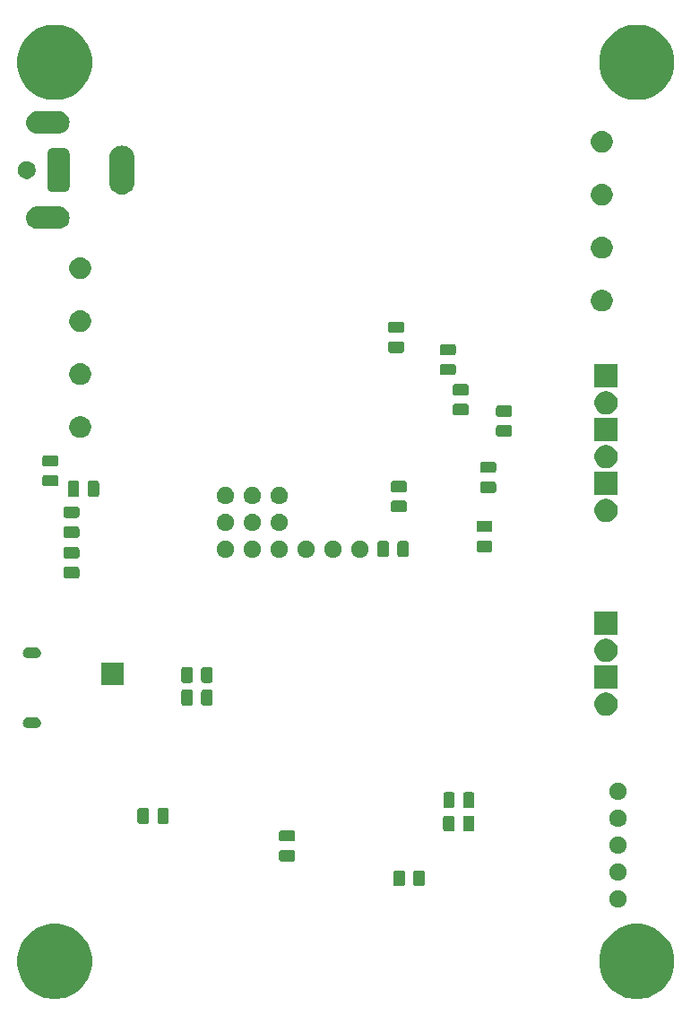
<source format=gbr>
G04 #@! TF.GenerationSoftware,KiCad,Pcbnew,(5.1.2)-1*
G04 #@! TF.CreationDate,2019-05-23T11:15:45-04:00*
G04 #@! TF.ProjectId,lc_dc1000,6c635f64-6331-4303-9030-2e6b69636164,rev?*
G04 #@! TF.SameCoordinates,Original*
G04 #@! TF.FileFunction,Soldermask,Bot*
G04 #@! TF.FilePolarity,Negative*
%FSLAX46Y46*%
G04 Gerber Fmt 4.6, Leading zero omitted, Abs format (unit mm)*
G04 Created by KiCad (PCBNEW (5.1.2)-1) date 2019-05-23 11:15:45*
%MOMM*%
%LPD*%
G04 APERTURE LIST*
%ADD10C,0.100000*%
G04 APERTURE END LIST*
D10*
G36*
X226623766Y-131576231D02*
G01*
X226966791Y-131644463D01*
X227613029Y-131912144D01*
X228194631Y-132300758D01*
X228689242Y-132795369D01*
X229077856Y-133376971D01*
X229345537Y-134023209D01*
X229482000Y-134709259D01*
X229482000Y-135408741D01*
X229345537Y-136094791D01*
X229077856Y-136741029D01*
X228689242Y-137322631D01*
X228194631Y-137817242D01*
X227613029Y-138205856D01*
X226966791Y-138473537D01*
X226623766Y-138541769D01*
X226280743Y-138610000D01*
X225581257Y-138610000D01*
X225238234Y-138541769D01*
X224895209Y-138473537D01*
X224248971Y-138205856D01*
X223667369Y-137817242D01*
X223172758Y-137322631D01*
X222784144Y-136741029D01*
X222516463Y-136094791D01*
X222380000Y-135408741D01*
X222380000Y-134709259D01*
X222516463Y-134023209D01*
X222784144Y-133376971D01*
X223172758Y-132795369D01*
X223667369Y-132300758D01*
X224248971Y-131912144D01*
X224895209Y-131644463D01*
X225238234Y-131576231D01*
X225581257Y-131508000D01*
X226280743Y-131508000D01*
X226623766Y-131576231D01*
X226623766Y-131576231D01*
G37*
G36*
X171623766Y-131576231D02*
G01*
X171966791Y-131644463D01*
X172613029Y-131912144D01*
X173194631Y-132300758D01*
X173689242Y-132795369D01*
X174077856Y-133376971D01*
X174345537Y-134023209D01*
X174482000Y-134709259D01*
X174482000Y-135408741D01*
X174345537Y-136094791D01*
X174077856Y-136741029D01*
X173689242Y-137322631D01*
X173194631Y-137817242D01*
X172613029Y-138205856D01*
X171966791Y-138473537D01*
X171623766Y-138541769D01*
X171280743Y-138610000D01*
X170581257Y-138610000D01*
X170238234Y-138541769D01*
X169895209Y-138473537D01*
X169248971Y-138205856D01*
X168667369Y-137817242D01*
X168172758Y-137322631D01*
X167784144Y-136741029D01*
X167516463Y-136094791D01*
X167380000Y-135408741D01*
X167380000Y-134709259D01*
X167516463Y-134023209D01*
X167784144Y-133376971D01*
X168172758Y-132795369D01*
X168667369Y-132300758D01*
X169248971Y-131912144D01*
X169895209Y-131644463D01*
X170238234Y-131576231D01*
X170581257Y-131508000D01*
X171280743Y-131508000D01*
X171623766Y-131576231D01*
X171623766Y-131576231D01*
G37*
G36*
X224392143Y-128377243D02*
G01*
X224392145Y-128377244D01*
X224392146Y-128377244D01*
X224540099Y-128438528D01*
X224673258Y-128527502D01*
X224786498Y-128640742D01*
X224875472Y-128773901D01*
X224936756Y-128921854D01*
X224968000Y-129078928D01*
X224968000Y-129239072D01*
X224936756Y-129396146D01*
X224875472Y-129544099D01*
X224786498Y-129677258D01*
X224673258Y-129790498D01*
X224540099Y-129879472D01*
X224392146Y-129940756D01*
X224392145Y-129940756D01*
X224392143Y-129940757D01*
X224235074Y-129972000D01*
X224074926Y-129972000D01*
X223917857Y-129940757D01*
X223917855Y-129940756D01*
X223917854Y-129940756D01*
X223769901Y-129879472D01*
X223636742Y-129790498D01*
X223523502Y-129677258D01*
X223434528Y-129544099D01*
X223373244Y-129396146D01*
X223342000Y-129239072D01*
X223342000Y-129078928D01*
X223373244Y-128921854D01*
X223434528Y-128773901D01*
X223523502Y-128640742D01*
X223636742Y-128527502D01*
X223769901Y-128438528D01*
X223917854Y-128377244D01*
X223917855Y-128377244D01*
X223917857Y-128377243D01*
X224074926Y-128346000D01*
X224235074Y-128346000D01*
X224392143Y-128377243D01*
X224392143Y-128377243D01*
G37*
G36*
X205720932Y-126456888D02*
G01*
X205761969Y-126469336D01*
X205799788Y-126489551D01*
X205832941Y-126516759D01*
X205860149Y-126549912D01*
X205880364Y-126587731D01*
X205892812Y-126628768D01*
X205897500Y-126676367D01*
X205897500Y-127730033D01*
X205892812Y-127777632D01*
X205880364Y-127818669D01*
X205860149Y-127856488D01*
X205832941Y-127889641D01*
X205799788Y-127916849D01*
X205761969Y-127937064D01*
X205720932Y-127949512D01*
X205673333Y-127954200D01*
X205044667Y-127954200D01*
X204997068Y-127949512D01*
X204956031Y-127937064D01*
X204918212Y-127916849D01*
X204885059Y-127889641D01*
X204857851Y-127856488D01*
X204837636Y-127818669D01*
X204825188Y-127777632D01*
X204820500Y-127730033D01*
X204820500Y-126676367D01*
X204825188Y-126628768D01*
X204837636Y-126587731D01*
X204857851Y-126549912D01*
X204885059Y-126516759D01*
X204918212Y-126489551D01*
X204956031Y-126469336D01*
X204997068Y-126456888D01*
X205044667Y-126452200D01*
X205673333Y-126452200D01*
X205720932Y-126456888D01*
X205720932Y-126456888D01*
G37*
G36*
X203845932Y-126456888D02*
G01*
X203886969Y-126469336D01*
X203924788Y-126489551D01*
X203957941Y-126516759D01*
X203985149Y-126549912D01*
X204005364Y-126587731D01*
X204017812Y-126628768D01*
X204022500Y-126676367D01*
X204022500Y-127730033D01*
X204017812Y-127777632D01*
X204005364Y-127818669D01*
X203985149Y-127856488D01*
X203957941Y-127889641D01*
X203924788Y-127916849D01*
X203886969Y-127937064D01*
X203845932Y-127949512D01*
X203798333Y-127954200D01*
X203169667Y-127954200D01*
X203122068Y-127949512D01*
X203081031Y-127937064D01*
X203043212Y-127916849D01*
X203010059Y-127889641D01*
X202982851Y-127856488D01*
X202962636Y-127818669D01*
X202950188Y-127777632D01*
X202945500Y-127730033D01*
X202945500Y-126676367D01*
X202950188Y-126628768D01*
X202962636Y-126587731D01*
X202982851Y-126549912D01*
X203010059Y-126516759D01*
X203043212Y-126489551D01*
X203081031Y-126469336D01*
X203122068Y-126456888D01*
X203169667Y-126452200D01*
X203798333Y-126452200D01*
X203845932Y-126456888D01*
X203845932Y-126456888D01*
G37*
G36*
X224392143Y-125837243D02*
G01*
X224392145Y-125837244D01*
X224392146Y-125837244D01*
X224540099Y-125898528D01*
X224673258Y-125987502D01*
X224786498Y-126100742D01*
X224875472Y-126233901D01*
X224936756Y-126381854D01*
X224936757Y-126381857D01*
X224968000Y-126538926D01*
X224968000Y-126699072D01*
X224936756Y-126856146D01*
X224875472Y-127004099D01*
X224786498Y-127137258D01*
X224673258Y-127250498D01*
X224540099Y-127339472D01*
X224392146Y-127400756D01*
X224392145Y-127400756D01*
X224392143Y-127400757D01*
X224235074Y-127432000D01*
X224074926Y-127432000D01*
X223917857Y-127400757D01*
X223917855Y-127400756D01*
X223917854Y-127400756D01*
X223769901Y-127339472D01*
X223636742Y-127250498D01*
X223523502Y-127137258D01*
X223434528Y-127004099D01*
X223373244Y-126856146D01*
X223342000Y-126699072D01*
X223342000Y-126538926D01*
X223373243Y-126381857D01*
X223373244Y-126381854D01*
X223434528Y-126233901D01*
X223523502Y-126100742D01*
X223636742Y-125987502D01*
X223769901Y-125898528D01*
X223917854Y-125837244D01*
X223917855Y-125837244D01*
X223917857Y-125837243D01*
X224074926Y-125806000D01*
X224235074Y-125806000D01*
X224392143Y-125837243D01*
X224392143Y-125837243D01*
G37*
G36*
X193462032Y-124535788D02*
G01*
X193503069Y-124548236D01*
X193540888Y-124568451D01*
X193574041Y-124595659D01*
X193601249Y-124628812D01*
X193621464Y-124666631D01*
X193633912Y-124707668D01*
X193638600Y-124755267D01*
X193638600Y-125383933D01*
X193633912Y-125431532D01*
X193621464Y-125472569D01*
X193601249Y-125510388D01*
X193574041Y-125543541D01*
X193540888Y-125570749D01*
X193503069Y-125590964D01*
X193462032Y-125603412D01*
X193414433Y-125608100D01*
X192360767Y-125608100D01*
X192313168Y-125603412D01*
X192272131Y-125590964D01*
X192234312Y-125570749D01*
X192201159Y-125543541D01*
X192173951Y-125510388D01*
X192153736Y-125472569D01*
X192141288Y-125431532D01*
X192136600Y-125383933D01*
X192136600Y-124755267D01*
X192141288Y-124707668D01*
X192153736Y-124666631D01*
X192173951Y-124628812D01*
X192201159Y-124595659D01*
X192234312Y-124568451D01*
X192272131Y-124548236D01*
X192313168Y-124535788D01*
X192360767Y-124531100D01*
X193414433Y-124531100D01*
X193462032Y-124535788D01*
X193462032Y-124535788D01*
G37*
G36*
X224392143Y-123297243D02*
G01*
X224392145Y-123297244D01*
X224392146Y-123297244D01*
X224540099Y-123358528D01*
X224673258Y-123447502D01*
X224786498Y-123560742D01*
X224875472Y-123693901D01*
X224936756Y-123841854D01*
X224968000Y-123998928D01*
X224968000Y-124159072D01*
X224936756Y-124316146D01*
X224875472Y-124464099D01*
X224875471Y-124464100D01*
X224787567Y-124595659D01*
X224786498Y-124597258D01*
X224673258Y-124710498D01*
X224540099Y-124799472D01*
X224392146Y-124860756D01*
X224392145Y-124860756D01*
X224392143Y-124860757D01*
X224235074Y-124892000D01*
X224074926Y-124892000D01*
X223917857Y-124860757D01*
X223917855Y-124860756D01*
X223917854Y-124860756D01*
X223769901Y-124799472D01*
X223636742Y-124710498D01*
X223523502Y-124597258D01*
X223522434Y-124595659D01*
X223434529Y-124464100D01*
X223434528Y-124464099D01*
X223373244Y-124316146D01*
X223342000Y-124159072D01*
X223342000Y-123998928D01*
X223373244Y-123841854D01*
X223434528Y-123693901D01*
X223523502Y-123560742D01*
X223636742Y-123447502D01*
X223769901Y-123358528D01*
X223917854Y-123297244D01*
X223917855Y-123297244D01*
X223917857Y-123297243D01*
X224074926Y-123266000D01*
X224235074Y-123266000D01*
X224392143Y-123297243D01*
X224392143Y-123297243D01*
G37*
G36*
X193462032Y-122660788D02*
G01*
X193503069Y-122673236D01*
X193540888Y-122693451D01*
X193574041Y-122720659D01*
X193601249Y-122753812D01*
X193621464Y-122791631D01*
X193633912Y-122832668D01*
X193638600Y-122880267D01*
X193638600Y-123508933D01*
X193633912Y-123556532D01*
X193621464Y-123597569D01*
X193601249Y-123635388D01*
X193574041Y-123668541D01*
X193540888Y-123695749D01*
X193503069Y-123715964D01*
X193462032Y-123728412D01*
X193414433Y-123733100D01*
X192360767Y-123733100D01*
X192313168Y-123728412D01*
X192272131Y-123715964D01*
X192234312Y-123695749D01*
X192201159Y-123668541D01*
X192173951Y-123635388D01*
X192153736Y-123597569D01*
X192141288Y-123556532D01*
X192136600Y-123508933D01*
X192136600Y-122880267D01*
X192141288Y-122832668D01*
X192153736Y-122791631D01*
X192173951Y-122753812D01*
X192201159Y-122720659D01*
X192234312Y-122693451D01*
X192272131Y-122673236D01*
X192313168Y-122660788D01*
X192360767Y-122656100D01*
X193414433Y-122656100D01*
X193462032Y-122660788D01*
X193462032Y-122660788D01*
G37*
G36*
X208540332Y-121300688D02*
G01*
X208581369Y-121313136D01*
X208619188Y-121333351D01*
X208652341Y-121360559D01*
X208679549Y-121393712D01*
X208699764Y-121431531D01*
X208712212Y-121472568D01*
X208716900Y-121520167D01*
X208716900Y-122573833D01*
X208712212Y-122621432D01*
X208699764Y-122662469D01*
X208679549Y-122700288D01*
X208652341Y-122733441D01*
X208619188Y-122760649D01*
X208581369Y-122780864D01*
X208540332Y-122793312D01*
X208492733Y-122798000D01*
X207864067Y-122798000D01*
X207816468Y-122793312D01*
X207775431Y-122780864D01*
X207737612Y-122760649D01*
X207704459Y-122733441D01*
X207677251Y-122700288D01*
X207657036Y-122662469D01*
X207644588Y-122621432D01*
X207639900Y-122573833D01*
X207639900Y-121520167D01*
X207644588Y-121472568D01*
X207657036Y-121431531D01*
X207677251Y-121393712D01*
X207704459Y-121360559D01*
X207737612Y-121333351D01*
X207775431Y-121313136D01*
X207816468Y-121300688D01*
X207864067Y-121296000D01*
X208492733Y-121296000D01*
X208540332Y-121300688D01*
X208540332Y-121300688D01*
G37*
G36*
X210415332Y-121300688D02*
G01*
X210456369Y-121313136D01*
X210494188Y-121333351D01*
X210527341Y-121360559D01*
X210554549Y-121393712D01*
X210574764Y-121431531D01*
X210587212Y-121472568D01*
X210591900Y-121520167D01*
X210591900Y-122573833D01*
X210587212Y-122621432D01*
X210574764Y-122662469D01*
X210554549Y-122700288D01*
X210527341Y-122733441D01*
X210494188Y-122760649D01*
X210456369Y-122780864D01*
X210415332Y-122793312D01*
X210367733Y-122798000D01*
X209739067Y-122798000D01*
X209691468Y-122793312D01*
X209650431Y-122780864D01*
X209612612Y-122760649D01*
X209579459Y-122733441D01*
X209552251Y-122700288D01*
X209532036Y-122662469D01*
X209519588Y-122621432D01*
X209514900Y-122573833D01*
X209514900Y-121520167D01*
X209519588Y-121472568D01*
X209532036Y-121431531D01*
X209552251Y-121393712D01*
X209579459Y-121360559D01*
X209612612Y-121333351D01*
X209650431Y-121313136D01*
X209691468Y-121300688D01*
X209739067Y-121296000D01*
X210367733Y-121296000D01*
X210415332Y-121300688D01*
X210415332Y-121300688D01*
G37*
G36*
X224392143Y-120757243D02*
G01*
X224392145Y-120757244D01*
X224392146Y-120757244D01*
X224540099Y-120818528D01*
X224673258Y-120907502D01*
X224786498Y-121020742D01*
X224875472Y-121153901D01*
X224934331Y-121296000D01*
X224936757Y-121301857D01*
X224968000Y-121458926D01*
X224968000Y-121619072D01*
X224936756Y-121776146D01*
X224875472Y-121924099D01*
X224849019Y-121963688D01*
X224795181Y-122044264D01*
X224786498Y-122057258D01*
X224673258Y-122170498D01*
X224540099Y-122259472D01*
X224392146Y-122320756D01*
X224392145Y-122320756D01*
X224392143Y-122320757D01*
X224235074Y-122352000D01*
X224074926Y-122352000D01*
X223917857Y-122320757D01*
X223917855Y-122320756D01*
X223917854Y-122320756D01*
X223769901Y-122259472D01*
X223636742Y-122170498D01*
X223523502Y-122057258D01*
X223514820Y-122044264D01*
X223460981Y-121963688D01*
X223434528Y-121924099D01*
X223373244Y-121776146D01*
X223342000Y-121619072D01*
X223342000Y-121458926D01*
X223373243Y-121301857D01*
X223375669Y-121296000D01*
X223434528Y-121153901D01*
X223523502Y-121020742D01*
X223636742Y-120907502D01*
X223769901Y-120818528D01*
X223917854Y-120757244D01*
X223917855Y-120757244D01*
X223917857Y-120757243D01*
X224074926Y-120726000D01*
X224235074Y-120726000D01*
X224392143Y-120757243D01*
X224392143Y-120757243D01*
G37*
G36*
X181535532Y-120564088D02*
G01*
X181576569Y-120576536D01*
X181614388Y-120596751D01*
X181647541Y-120623959D01*
X181674749Y-120657112D01*
X181694964Y-120694931D01*
X181707412Y-120735968D01*
X181712100Y-120783567D01*
X181712100Y-121837233D01*
X181707412Y-121884832D01*
X181694964Y-121925869D01*
X181674749Y-121963688D01*
X181647541Y-121996841D01*
X181614388Y-122024049D01*
X181576569Y-122044264D01*
X181535532Y-122056712D01*
X181487933Y-122061400D01*
X180859267Y-122061400D01*
X180811668Y-122056712D01*
X180770631Y-122044264D01*
X180732812Y-122024049D01*
X180699659Y-121996841D01*
X180672451Y-121963688D01*
X180652236Y-121925869D01*
X180639788Y-121884832D01*
X180635100Y-121837233D01*
X180635100Y-120783567D01*
X180639788Y-120735968D01*
X180652236Y-120694931D01*
X180672451Y-120657112D01*
X180699659Y-120623959D01*
X180732812Y-120596751D01*
X180770631Y-120576536D01*
X180811668Y-120564088D01*
X180859267Y-120559400D01*
X181487933Y-120559400D01*
X181535532Y-120564088D01*
X181535532Y-120564088D01*
G37*
G36*
X179660532Y-120564088D02*
G01*
X179701569Y-120576536D01*
X179739388Y-120596751D01*
X179772541Y-120623959D01*
X179799749Y-120657112D01*
X179819964Y-120694931D01*
X179832412Y-120735968D01*
X179837100Y-120783567D01*
X179837100Y-121837233D01*
X179832412Y-121884832D01*
X179819964Y-121925869D01*
X179799749Y-121963688D01*
X179772541Y-121996841D01*
X179739388Y-122024049D01*
X179701569Y-122044264D01*
X179660532Y-122056712D01*
X179612933Y-122061400D01*
X178984267Y-122061400D01*
X178936668Y-122056712D01*
X178895631Y-122044264D01*
X178857812Y-122024049D01*
X178824659Y-121996841D01*
X178797451Y-121963688D01*
X178777236Y-121925869D01*
X178764788Y-121884832D01*
X178760100Y-121837233D01*
X178760100Y-120783567D01*
X178764788Y-120735968D01*
X178777236Y-120694931D01*
X178797451Y-120657112D01*
X178824659Y-120623959D01*
X178857812Y-120596751D01*
X178895631Y-120576536D01*
X178936668Y-120564088D01*
X178984267Y-120559400D01*
X179612933Y-120559400D01*
X179660532Y-120564088D01*
X179660532Y-120564088D01*
G37*
G36*
X210419932Y-119065488D02*
G01*
X210460969Y-119077936D01*
X210498788Y-119098151D01*
X210531941Y-119125359D01*
X210559149Y-119158512D01*
X210579364Y-119196331D01*
X210591812Y-119237368D01*
X210596500Y-119284967D01*
X210596500Y-120338633D01*
X210591812Y-120386232D01*
X210579364Y-120427269D01*
X210559149Y-120465088D01*
X210531941Y-120498241D01*
X210498788Y-120525449D01*
X210460969Y-120545664D01*
X210419932Y-120558112D01*
X210372333Y-120562800D01*
X209743667Y-120562800D01*
X209696068Y-120558112D01*
X209655031Y-120545664D01*
X209617212Y-120525449D01*
X209584059Y-120498241D01*
X209556851Y-120465088D01*
X209536636Y-120427269D01*
X209524188Y-120386232D01*
X209519500Y-120338633D01*
X209519500Y-119284967D01*
X209524188Y-119237368D01*
X209536636Y-119196331D01*
X209556851Y-119158512D01*
X209584059Y-119125359D01*
X209617212Y-119098151D01*
X209655031Y-119077936D01*
X209696068Y-119065488D01*
X209743667Y-119060800D01*
X210372333Y-119060800D01*
X210419932Y-119065488D01*
X210419932Y-119065488D01*
G37*
G36*
X208544932Y-119065488D02*
G01*
X208585969Y-119077936D01*
X208623788Y-119098151D01*
X208656941Y-119125359D01*
X208684149Y-119158512D01*
X208704364Y-119196331D01*
X208716812Y-119237368D01*
X208721500Y-119284967D01*
X208721500Y-120338633D01*
X208716812Y-120386232D01*
X208704364Y-120427269D01*
X208684149Y-120465088D01*
X208656941Y-120498241D01*
X208623788Y-120525449D01*
X208585969Y-120545664D01*
X208544932Y-120558112D01*
X208497333Y-120562800D01*
X207868667Y-120562800D01*
X207821068Y-120558112D01*
X207780031Y-120545664D01*
X207742212Y-120525449D01*
X207709059Y-120498241D01*
X207681851Y-120465088D01*
X207661636Y-120427269D01*
X207649188Y-120386232D01*
X207644500Y-120338633D01*
X207644500Y-119284967D01*
X207649188Y-119237368D01*
X207661636Y-119196331D01*
X207681851Y-119158512D01*
X207709059Y-119125359D01*
X207742212Y-119098151D01*
X207780031Y-119077936D01*
X207821068Y-119065488D01*
X207868667Y-119060800D01*
X208497333Y-119060800D01*
X208544932Y-119065488D01*
X208544932Y-119065488D01*
G37*
G36*
X224392143Y-118217243D02*
G01*
X224392145Y-118217244D01*
X224392146Y-118217244D01*
X224540099Y-118278528D01*
X224673258Y-118367502D01*
X224786498Y-118480742D01*
X224875472Y-118613901D01*
X224936756Y-118761854D01*
X224936757Y-118761857D01*
X224968000Y-118918926D01*
X224968000Y-119079074D01*
X224952199Y-119158512D01*
X224936756Y-119236146D01*
X224875472Y-119384099D01*
X224786498Y-119517258D01*
X224673258Y-119630498D01*
X224540099Y-119719472D01*
X224392146Y-119780756D01*
X224392145Y-119780756D01*
X224392143Y-119780757D01*
X224235074Y-119812000D01*
X224074926Y-119812000D01*
X223917857Y-119780757D01*
X223917855Y-119780756D01*
X223917854Y-119780756D01*
X223769901Y-119719472D01*
X223636742Y-119630498D01*
X223523502Y-119517258D01*
X223434528Y-119384099D01*
X223373244Y-119236146D01*
X223357802Y-119158512D01*
X223342000Y-119079074D01*
X223342000Y-118918926D01*
X223373243Y-118761857D01*
X223373244Y-118761854D01*
X223434528Y-118613901D01*
X223523502Y-118480742D01*
X223636742Y-118367502D01*
X223769901Y-118278528D01*
X223917854Y-118217244D01*
X223917855Y-118217244D01*
X223917857Y-118217243D01*
X224074926Y-118186000D01*
X224235074Y-118186000D01*
X224392143Y-118217243D01*
X224392143Y-118217243D01*
G37*
G36*
X169231213Y-112007049D02*
G01*
X169325652Y-112035697D01*
X169412687Y-112082218D01*
X169488975Y-112144825D01*
X169551582Y-112221113D01*
X169598103Y-112308148D01*
X169626751Y-112402587D01*
X169636424Y-112500800D01*
X169626751Y-112599013D01*
X169598103Y-112693452D01*
X169551582Y-112780487D01*
X169488975Y-112856775D01*
X169412687Y-112919382D01*
X169325652Y-112965903D01*
X169231213Y-112994551D01*
X169157612Y-113001800D01*
X168408388Y-113001800D01*
X168334787Y-112994551D01*
X168240348Y-112965903D01*
X168153313Y-112919382D01*
X168077025Y-112856775D01*
X168014418Y-112780487D01*
X167967897Y-112693452D01*
X167939249Y-112599013D01*
X167929576Y-112500800D01*
X167939249Y-112402587D01*
X167967897Y-112308148D01*
X168014418Y-112221113D01*
X168077025Y-112144825D01*
X168153313Y-112082218D01*
X168240348Y-112035697D01*
X168334787Y-112007049D01*
X168408388Y-111999800D01*
X169157612Y-111999800D01*
X169231213Y-112007049D01*
X169231213Y-112007049D01*
G37*
G36*
X223333150Y-109685311D02*
G01*
X223533519Y-109768307D01*
X223533520Y-109768308D01*
X223713845Y-109888796D01*
X223867204Y-110042155D01*
X223963660Y-110186513D01*
X223987693Y-110222481D01*
X224070689Y-110422850D01*
X224113000Y-110635561D01*
X224113000Y-110852439D01*
X224070689Y-111065150D01*
X223987693Y-111265519D01*
X223987692Y-111265520D01*
X223867204Y-111445845D01*
X223713845Y-111599204D01*
X223569487Y-111695660D01*
X223533519Y-111719693D01*
X223333150Y-111802689D01*
X223120439Y-111845000D01*
X222903561Y-111845000D01*
X222690850Y-111802689D01*
X222490481Y-111719693D01*
X222454513Y-111695660D01*
X222310155Y-111599204D01*
X222156796Y-111445845D01*
X222036308Y-111265520D01*
X222036307Y-111265519D01*
X221953311Y-111065150D01*
X221911000Y-110852439D01*
X221911000Y-110635561D01*
X221953311Y-110422850D01*
X222036307Y-110222481D01*
X222060340Y-110186513D01*
X222156796Y-110042155D01*
X222310155Y-109888796D01*
X222490480Y-109768308D01*
X222490481Y-109768307D01*
X222690850Y-109685311D01*
X222903561Y-109643000D01*
X223120439Y-109643000D01*
X223333150Y-109685311D01*
X223333150Y-109685311D01*
G37*
G36*
X185680332Y-109388088D02*
G01*
X185721369Y-109400536D01*
X185759188Y-109420751D01*
X185792341Y-109447959D01*
X185819549Y-109481112D01*
X185839764Y-109518931D01*
X185852212Y-109559968D01*
X185856900Y-109607567D01*
X185856900Y-110661233D01*
X185852212Y-110708832D01*
X185839764Y-110749869D01*
X185819549Y-110787688D01*
X185792341Y-110820841D01*
X185759188Y-110848049D01*
X185721369Y-110868264D01*
X185680332Y-110880712D01*
X185632733Y-110885400D01*
X185004067Y-110885400D01*
X184956468Y-110880712D01*
X184915431Y-110868264D01*
X184877612Y-110848049D01*
X184844459Y-110820841D01*
X184817251Y-110787688D01*
X184797036Y-110749869D01*
X184784588Y-110708832D01*
X184779900Y-110661233D01*
X184779900Y-109607567D01*
X184784588Y-109559968D01*
X184797036Y-109518931D01*
X184817251Y-109481112D01*
X184844459Y-109447959D01*
X184877612Y-109420751D01*
X184915431Y-109400536D01*
X184956468Y-109388088D01*
X185004067Y-109383400D01*
X185632733Y-109383400D01*
X185680332Y-109388088D01*
X185680332Y-109388088D01*
G37*
G36*
X183805332Y-109388088D02*
G01*
X183846369Y-109400536D01*
X183884188Y-109420751D01*
X183917341Y-109447959D01*
X183944549Y-109481112D01*
X183964764Y-109518931D01*
X183977212Y-109559968D01*
X183981900Y-109607567D01*
X183981900Y-110661233D01*
X183977212Y-110708832D01*
X183964764Y-110749869D01*
X183944549Y-110787688D01*
X183917341Y-110820841D01*
X183884188Y-110848049D01*
X183846369Y-110868264D01*
X183805332Y-110880712D01*
X183757733Y-110885400D01*
X183129067Y-110885400D01*
X183081468Y-110880712D01*
X183040431Y-110868264D01*
X183002612Y-110848049D01*
X182969459Y-110820841D01*
X182942251Y-110787688D01*
X182922036Y-110749869D01*
X182909588Y-110708832D01*
X182904900Y-110661233D01*
X182904900Y-109607567D01*
X182909588Y-109559968D01*
X182922036Y-109518931D01*
X182942251Y-109481112D01*
X182969459Y-109447959D01*
X183002612Y-109420751D01*
X183040431Y-109400536D01*
X183081468Y-109388088D01*
X183129067Y-109383400D01*
X183757733Y-109383400D01*
X183805332Y-109388088D01*
X183805332Y-109388088D01*
G37*
G36*
X224113000Y-109305000D02*
G01*
X221911000Y-109305000D01*
X221911000Y-107103000D01*
X224113000Y-107103000D01*
X224113000Y-109305000D01*
X224113000Y-109305000D01*
G37*
G36*
X177479400Y-108950200D02*
G01*
X175377400Y-108950200D01*
X175377400Y-106848200D01*
X177479400Y-106848200D01*
X177479400Y-108950200D01*
X177479400Y-108950200D01*
G37*
G36*
X185680332Y-107254488D02*
G01*
X185721369Y-107266936D01*
X185759188Y-107287151D01*
X185792341Y-107314359D01*
X185819549Y-107347512D01*
X185839764Y-107385331D01*
X185852212Y-107426368D01*
X185856900Y-107473967D01*
X185856900Y-108527633D01*
X185852212Y-108575232D01*
X185839764Y-108616269D01*
X185819549Y-108654088D01*
X185792341Y-108687241D01*
X185759188Y-108714449D01*
X185721369Y-108734664D01*
X185680332Y-108747112D01*
X185632733Y-108751800D01*
X185004067Y-108751800D01*
X184956468Y-108747112D01*
X184915431Y-108734664D01*
X184877612Y-108714449D01*
X184844459Y-108687241D01*
X184817251Y-108654088D01*
X184797036Y-108616269D01*
X184784588Y-108575232D01*
X184779900Y-108527633D01*
X184779900Y-107473967D01*
X184784588Y-107426368D01*
X184797036Y-107385331D01*
X184817251Y-107347512D01*
X184844459Y-107314359D01*
X184877612Y-107287151D01*
X184915431Y-107266936D01*
X184956468Y-107254488D01*
X185004067Y-107249800D01*
X185632733Y-107249800D01*
X185680332Y-107254488D01*
X185680332Y-107254488D01*
G37*
G36*
X183805332Y-107254488D02*
G01*
X183846369Y-107266936D01*
X183884188Y-107287151D01*
X183917341Y-107314359D01*
X183944549Y-107347512D01*
X183964764Y-107385331D01*
X183977212Y-107426368D01*
X183981900Y-107473967D01*
X183981900Y-108527633D01*
X183977212Y-108575232D01*
X183964764Y-108616269D01*
X183944549Y-108654088D01*
X183917341Y-108687241D01*
X183884188Y-108714449D01*
X183846369Y-108734664D01*
X183805332Y-108747112D01*
X183757733Y-108751800D01*
X183129067Y-108751800D01*
X183081468Y-108747112D01*
X183040431Y-108734664D01*
X183002612Y-108714449D01*
X182969459Y-108687241D01*
X182942251Y-108654088D01*
X182922036Y-108616269D01*
X182909588Y-108575232D01*
X182904900Y-108527633D01*
X182904900Y-107473967D01*
X182909588Y-107426368D01*
X182922036Y-107385331D01*
X182942251Y-107347512D01*
X182969459Y-107314359D01*
X183002612Y-107287151D01*
X183040431Y-107266936D01*
X183081468Y-107254488D01*
X183129067Y-107249800D01*
X183757733Y-107249800D01*
X183805332Y-107254488D01*
X183805332Y-107254488D01*
G37*
G36*
X223333150Y-104605311D02*
G01*
X223533519Y-104688307D01*
X223533520Y-104688308D01*
X223713845Y-104808796D01*
X223867204Y-104962155D01*
X223963660Y-105106513D01*
X223987693Y-105142481D01*
X224070689Y-105342850D01*
X224113000Y-105555561D01*
X224113000Y-105772439D01*
X224070689Y-105985150D01*
X223987693Y-106185519D01*
X223987692Y-106185520D01*
X223867204Y-106365845D01*
X223713845Y-106519204D01*
X223569487Y-106615660D01*
X223533519Y-106639693D01*
X223333150Y-106722689D01*
X223120439Y-106765000D01*
X222903561Y-106765000D01*
X222690850Y-106722689D01*
X222490481Y-106639693D01*
X222454513Y-106615660D01*
X222310155Y-106519204D01*
X222156796Y-106365845D01*
X222036308Y-106185520D01*
X222036307Y-106185519D01*
X221953311Y-105985150D01*
X221911000Y-105772439D01*
X221911000Y-105555561D01*
X221953311Y-105342850D01*
X222036307Y-105142481D01*
X222060340Y-105106513D01*
X222156796Y-104962155D01*
X222310155Y-104808796D01*
X222490480Y-104688308D01*
X222490481Y-104688307D01*
X222690850Y-104605311D01*
X222903561Y-104563000D01*
X223120439Y-104563000D01*
X223333150Y-104605311D01*
X223333150Y-104605311D01*
G37*
G36*
X169231213Y-105407049D02*
G01*
X169325652Y-105435697D01*
X169412687Y-105482218D01*
X169488975Y-105544825D01*
X169551582Y-105621113D01*
X169598103Y-105708148D01*
X169626751Y-105802587D01*
X169636424Y-105900800D01*
X169626751Y-105999013D01*
X169598103Y-106093452D01*
X169551582Y-106180487D01*
X169488975Y-106256775D01*
X169412687Y-106319382D01*
X169325652Y-106365903D01*
X169231213Y-106394551D01*
X169157612Y-106401800D01*
X168408388Y-106401800D01*
X168334787Y-106394551D01*
X168240348Y-106365903D01*
X168153313Y-106319382D01*
X168077025Y-106256775D01*
X168014418Y-106180487D01*
X167967897Y-106093452D01*
X167939249Y-105999013D01*
X167929576Y-105900800D01*
X167939249Y-105802587D01*
X167967897Y-105708148D01*
X168014418Y-105621113D01*
X168077025Y-105544825D01*
X168153313Y-105482218D01*
X168240348Y-105435697D01*
X168334787Y-105407049D01*
X168408388Y-105399800D01*
X169157612Y-105399800D01*
X169231213Y-105407049D01*
X169231213Y-105407049D01*
G37*
G36*
X224113000Y-104225000D02*
G01*
X221911000Y-104225000D01*
X221911000Y-102023000D01*
X224113000Y-102023000D01*
X224113000Y-104225000D01*
X224113000Y-104225000D01*
G37*
G36*
X173091232Y-97812688D02*
G01*
X173132269Y-97825136D01*
X173170088Y-97845351D01*
X173203241Y-97872559D01*
X173230449Y-97905712D01*
X173250664Y-97943531D01*
X173263112Y-97984568D01*
X173267800Y-98032167D01*
X173267800Y-98660833D01*
X173263112Y-98708432D01*
X173250664Y-98749469D01*
X173230449Y-98787288D01*
X173203241Y-98820441D01*
X173170088Y-98847649D01*
X173132269Y-98867864D01*
X173091232Y-98880312D01*
X173043633Y-98885000D01*
X171989967Y-98885000D01*
X171942368Y-98880312D01*
X171901331Y-98867864D01*
X171863512Y-98847649D01*
X171830359Y-98820441D01*
X171803151Y-98787288D01*
X171782936Y-98749469D01*
X171770488Y-98708432D01*
X171765800Y-98660833D01*
X171765800Y-98032167D01*
X171770488Y-97984568D01*
X171782936Y-97943531D01*
X171803151Y-97905712D01*
X171830359Y-97872559D01*
X171863512Y-97845351D01*
X171901331Y-97825136D01*
X171942368Y-97812688D01*
X171989967Y-97808000D01*
X173043633Y-97808000D01*
X173091232Y-97812688D01*
X173091232Y-97812688D01*
G37*
G36*
X173091232Y-95937688D02*
G01*
X173132269Y-95950136D01*
X173170088Y-95970351D01*
X173203241Y-95997559D01*
X173230449Y-96030712D01*
X173250664Y-96068531D01*
X173263112Y-96109568D01*
X173267800Y-96157167D01*
X173267800Y-96785833D01*
X173263112Y-96833432D01*
X173250664Y-96874469D01*
X173230449Y-96912288D01*
X173203241Y-96945441D01*
X173170088Y-96972649D01*
X173132269Y-96992864D01*
X173091232Y-97005312D01*
X173043633Y-97010000D01*
X171989967Y-97010000D01*
X171942368Y-97005312D01*
X171901331Y-96992864D01*
X171863512Y-96972649D01*
X171830359Y-96945441D01*
X171803151Y-96912288D01*
X171782936Y-96874469D01*
X171770488Y-96833432D01*
X171765800Y-96785833D01*
X171765800Y-96157167D01*
X171770488Y-96109568D01*
X171782936Y-96068531D01*
X171803151Y-96030712D01*
X171830359Y-95997559D01*
X171863512Y-95970351D01*
X171901331Y-95950136D01*
X171942368Y-95937688D01*
X171989967Y-95933000D01*
X173043633Y-95933000D01*
X173091232Y-95937688D01*
X173091232Y-95937688D01*
G37*
G36*
X189848143Y-95357243D02*
G01*
X189848145Y-95357244D01*
X189848146Y-95357244D01*
X189996099Y-95418528D01*
X190046240Y-95452031D01*
X190115234Y-95498131D01*
X190129258Y-95507502D01*
X190242498Y-95620742D01*
X190331472Y-95753901D01*
X190392756Y-95901854D01*
X190392757Y-95901857D01*
X190424000Y-96058926D01*
X190424000Y-96219074D01*
X190398331Y-96348123D01*
X190392756Y-96376146D01*
X190331472Y-96524099D01*
X190331471Y-96524100D01*
X190242499Y-96657257D01*
X190129257Y-96770499D01*
X190085044Y-96800041D01*
X189996099Y-96859472D01*
X189848146Y-96920756D01*
X189848145Y-96920756D01*
X189848143Y-96920757D01*
X189691074Y-96952000D01*
X189530926Y-96952000D01*
X189373857Y-96920757D01*
X189373855Y-96920756D01*
X189373854Y-96920756D01*
X189225901Y-96859472D01*
X189136956Y-96800041D01*
X189092743Y-96770499D01*
X188979501Y-96657257D01*
X188890529Y-96524100D01*
X188890528Y-96524099D01*
X188829244Y-96376146D01*
X188823670Y-96348123D01*
X188798000Y-96219074D01*
X188798000Y-96058926D01*
X188829243Y-95901857D01*
X188829244Y-95901854D01*
X188890528Y-95753901D01*
X188979502Y-95620742D01*
X189092742Y-95507502D01*
X189106767Y-95498131D01*
X189175760Y-95452031D01*
X189225901Y-95418528D01*
X189373854Y-95357244D01*
X189373855Y-95357244D01*
X189373857Y-95357243D01*
X189530926Y-95326000D01*
X189691074Y-95326000D01*
X189848143Y-95357243D01*
X189848143Y-95357243D01*
G37*
G36*
X194928143Y-95357243D02*
G01*
X194928145Y-95357244D01*
X194928146Y-95357244D01*
X195076099Y-95418528D01*
X195126240Y-95452031D01*
X195195234Y-95498131D01*
X195209258Y-95507502D01*
X195322498Y-95620742D01*
X195411472Y-95753901D01*
X195472756Y-95901854D01*
X195472757Y-95901857D01*
X195504000Y-96058926D01*
X195504000Y-96219074D01*
X195478331Y-96348123D01*
X195472756Y-96376146D01*
X195411472Y-96524099D01*
X195411471Y-96524100D01*
X195322499Y-96657257D01*
X195209257Y-96770499D01*
X195165044Y-96800041D01*
X195076099Y-96859472D01*
X194928146Y-96920756D01*
X194928145Y-96920756D01*
X194928143Y-96920757D01*
X194771074Y-96952000D01*
X194610926Y-96952000D01*
X194453857Y-96920757D01*
X194453855Y-96920756D01*
X194453854Y-96920756D01*
X194305901Y-96859472D01*
X194216956Y-96800041D01*
X194172743Y-96770499D01*
X194059501Y-96657257D01*
X193970529Y-96524100D01*
X193970528Y-96524099D01*
X193909244Y-96376146D01*
X193903670Y-96348123D01*
X193878000Y-96219074D01*
X193878000Y-96058926D01*
X193909243Y-95901857D01*
X193909244Y-95901854D01*
X193970528Y-95753901D01*
X194059502Y-95620742D01*
X194172742Y-95507502D01*
X194186767Y-95498131D01*
X194255760Y-95452031D01*
X194305901Y-95418528D01*
X194453854Y-95357244D01*
X194453855Y-95357244D01*
X194453857Y-95357243D01*
X194610926Y-95326000D01*
X194771074Y-95326000D01*
X194928143Y-95357243D01*
X194928143Y-95357243D01*
G37*
G36*
X200008143Y-95357243D02*
G01*
X200008145Y-95357244D01*
X200008146Y-95357244D01*
X200156099Y-95418528D01*
X200206240Y-95452031D01*
X200275234Y-95498131D01*
X200289258Y-95507502D01*
X200402498Y-95620742D01*
X200491472Y-95753901D01*
X200552756Y-95901854D01*
X200552757Y-95901857D01*
X200584000Y-96058926D01*
X200584000Y-96219074D01*
X200558331Y-96348123D01*
X200552756Y-96376146D01*
X200491472Y-96524099D01*
X200491471Y-96524100D01*
X200402499Y-96657257D01*
X200289257Y-96770499D01*
X200245044Y-96800041D01*
X200156099Y-96859472D01*
X200008146Y-96920756D01*
X200008145Y-96920756D01*
X200008143Y-96920757D01*
X199851074Y-96952000D01*
X199690926Y-96952000D01*
X199533857Y-96920757D01*
X199533855Y-96920756D01*
X199533854Y-96920756D01*
X199385901Y-96859472D01*
X199296956Y-96800041D01*
X199252743Y-96770499D01*
X199139501Y-96657257D01*
X199050529Y-96524100D01*
X199050528Y-96524099D01*
X198989244Y-96376146D01*
X198983670Y-96348123D01*
X198958000Y-96219074D01*
X198958000Y-96058926D01*
X198989243Y-95901857D01*
X198989244Y-95901854D01*
X199050528Y-95753901D01*
X199139502Y-95620742D01*
X199252742Y-95507502D01*
X199266767Y-95498131D01*
X199335760Y-95452031D01*
X199385901Y-95418528D01*
X199533854Y-95357244D01*
X199533855Y-95357244D01*
X199533857Y-95357243D01*
X199690926Y-95326000D01*
X199851074Y-95326000D01*
X200008143Y-95357243D01*
X200008143Y-95357243D01*
G37*
G36*
X192388143Y-95357243D02*
G01*
X192388145Y-95357244D01*
X192388146Y-95357244D01*
X192536099Y-95418528D01*
X192586240Y-95452031D01*
X192655234Y-95498131D01*
X192669258Y-95507502D01*
X192782498Y-95620742D01*
X192871472Y-95753901D01*
X192932756Y-95901854D01*
X192932757Y-95901857D01*
X192964000Y-96058926D01*
X192964000Y-96219074D01*
X192938331Y-96348123D01*
X192932756Y-96376146D01*
X192871472Y-96524099D01*
X192871471Y-96524100D01*
X192782499Y-96657257D01*
X192669257Y-96770499D01*
X192625044Y-96800041D01*
X192536099Y-96859472D01*
X192388146Y-96920756D01*
X192388145Y-96920756D01*
X192388143Y-96920757D01*
X192231074Y-96952000D01*
X192070926Y-96952000D01*
X191913857Y-96920757D01*
X191913855Y-96920756D01*
X191913854Y-96920756D01*
X191765901Y-96859472D01*
X191676956Y-96800041D01*
X191632743Y-96770499D01*
X191519501Y-96657257D01*
X191430529Y-96524100D01*
X191430528Y-96524099D01*
X191369244Y-96376146D01*
X191363670Y-96348123D01*
X191338000Y-96219074D01*
X191338000Y-96058926D01*
X191369243Y-95901857D01*
X191369244Y-95901854D01*
X191430528Y-95753901D01*
X191519502Y-95620742D01*
X191632742Y-95507502D01*
X191646767Y-95498131D01*
X191715760Y-95452031D01*
X191765901Y-95418528D01*
X191913854Y-95357244D01*
X191913855Y-95357244D01*
X191913857Y-95357243D01*
X192070926Y-95326000D01*
X192231074Y-95326000D01*
X192388143Y-95357243D01*
X192388143Y-95357243D01*
G37*
G36*
X197468143Y-95357243D02*
G01*
X197468145Y-95357244D01*
X197468146Y-95357244D01*
X197616099Y-95418528D01*
X197666240Y-95452031D01*
X197735234Y-95498131D01*
X197749258Y-95507502D01*
X197862498Y-95620742D01*
X197951472Y-95753901D01*
X198012756Y-95901854D01*
X198012757Y-95901857D01*
X198044000Y-96058926D01*
X198044000Y-96219074D01*
X198018331Y-96348123D01*
X198012756Y-96376146D01*
X197951472Y-96524099D01*
X197951471Y-96524100D01*
X197862499Y-96657257D01*
X197749257Y-96770499D01*
X197705044Y-96800041D01*
X197616099Y-96859472D01*
X197468146Y-96920756D01*
X197468145Y-96920756D01*
X197468143Y-96920757D01*
X197311074Y-96952000D01*
X197150926Y-96952000D01*
X196993857Y-96920757D01*
X196993855Y-96920756D01*
X196993854Y-96920756D01*
X196845901Y-96859472D01*
X196756956Y-96800041D01*
X196712743Y-96770499D01*
X196599501Y-96657257D01*
X196510529Y-96524100D01*
X196510528Y-96524099D01*
X196449244Y-96376146D01*
X196443670Y-96348123D01*
X196418000Y-96219074D01*
X196418000Y-96058926D01*
X196449243Y-95901857D01*
X196449244Y-95901854D01*
X196510528Y-95753901D01*
X196599502Y-95620742D01*
X196712742Y-95507502D01*
X196726767Y-95498131D01*
X196795760Y-95452031D01*
X196845901Y-95418528D01*
X196993854Y-95357244D01*
X196993855Y-95357244D01*
X196993857Y-95357243D01*
X197150926Y-95326000D01*
X197311074Y-95326000D01*
X197468143Y-95357243D01*
X197468143Y-95357243D01*
G37*
G36*
X187308143Y-95357243D02*
G01*
X187308145Y-95357244D01*
X187308146Y-95357244D01*
X187456099Y-95418528D01*
X187506240Y-95452031D01*
X187575234Y-95498131D01*
X187589258Y-95507502D01*
X187702498Y-95620742D01*
X187791472Y-95753901D01*
X187852756Y-95901854D01*
X187852757Y-95901857D01*
X187884000Y-96058926D01*
X187884000Y-96219074D01*
X187858331Y-96348123D01*
X187852756Y-96376146D01*
X187791472Y-96524099D01*
X187791471Y-96524100D01*
X187702499Y-96657257D01*
X187589257Y-96770499D01*
X187545044Y-96800041D01*
X187456099Y-96859472D01*
X187308146Y-96920756D01*
X187308145Y-96920756D01*
X187308143Y-96920757D01*
X187151074Y-96952000D01*
X186990926Y-96952000D01*
X186833857Y-96920757D01*
X186833855Y-96920756D01*
X186833854Y-96920756D01*
X186685901Y-96859472D01*
X186596956Y-96800041D01*
X186552743Y-96770499D01*
X186439501Y-96657257D01*
X186350529Y-96524100D01*
X186350528Y-96524099D01*
X186289244Y-96376146D01*
X186283670Y-96348123D01*
X186258000Y-96219074D01*
X186258000Y-96058926D01*
X186289243Y-95901857D01*
X186289244Y-95901854D01*
X186350528Y-95753901D01*
X186439502Y-95620742D01*
X186552742Y-95507502D01*
X186566767Y-95498131D01*
X186635760Y-95452031D01*
X186685901Y-95418528D01*
X186833854Y-95357244D01*
X186833855Y-95357244D01*
X186833857Y-95357243D01*
X186990926Y-95326000D01*
X187151074Y-95326000D01*
X187308143Y-95357243D01*
X187308143Y-95357243D01*
G37*
G36*
X204220032Y-95367288D02*
G01*
X204261069Y-95379736D01*
X204298888Y-95399951D01*
X204332041Y-95427159D01*
X204359249Y-95460312D01*
X204379464Y-95498131D01*
X204391912Y-95539168D01*
X204396600Y-95586767D01*
X204396600Y-96640433D01*
X204391912Y-96688032D01*
X204379464Y-96729069D01*
X204359249Y-96766888D01*
X204332041Y-96800041D01*
X204298888Y-96827249D01*
X204261069Y-96847464D01*
X204220032Y-96859912D01*
X204172433Y-96864600D01*
X203543767Y-96864600D01*
X203496168Y-96859912D01*
X203455131Y-96847464D01*
X203417312Y-96827249D01*
X203384159Y-96800041D01*
X203356951Y-96766888D01*
X203336736Y-96729069D01*
X203324288Y-96688032D01*
X203319600Y-96640433D01*
X203319600Y-95586767D01*
X203324288Y-95539168D01*
X203336736Y-95498131D01*
X203356951Y-95460312D01*
X203384159Y-95427159D01*
X203417312Y-95399951D01*
X203455131Y-95379736D01*
X203496168Y-95367288D01*
X203543767Y-95362600D01*
X204172433Y-95362600D01*
X204220032Y-95367288D01*
X204220032Y-95367288D01*
G37*
G36*
X202345032Y-95367288D02*
G01*
X202386069Y-95379736D01*
X202423888Y-95399951D01*
X202457041Y-95427159D01*
X202484249Y-95460312D01*
X202504464Y-95498131D01*
X202516912Y-95539168D01*
X202521600Y-95586767D01*
X202521600Y-96640433D01*
X202516912Y-96688032D01*
X202504464Y-96729069D01*
X202484249Y-96766888D01*
X202457041Y-96800041D01*
X202423888Y-96827249D01*
X202386069Y-96847464D01*
X202345032Y-96859912D01*
X202297433Y-96864600D01*
X201668767Y-96864600D01*
X201621168Y-96859912D01*
X201580131Y-96847464D01*
X201542312Y-96827249D01*
X201509159Y-96800041D01*
X201481951Y-96766888D01*
X201461736Y-96729069D01*
X201449288Y-96688032D01*
X201444600Y-96640433D01*
X201444600Y-95586767D01*
X201449288Y-95539168D01*
X201461736Y-95498131D01*
X201481951Y-95460312D01*
X201509159Y-95427159D01*
X201542312Y-95399951D01*
X201580131Y-95379736D01*
X201621168Y-95367288D01*
X201668767Y-95362600D01*
X202297433Y-95362600D01*
X202345032Y-95367288D01*
X202345032Y-95367288D01*
G37*
G36*
X212105632Y-95321188D02*
G01*
X212146669Y-95333636D01*
X212184488Y-95353851D01*
X212217641Y-95381059D01*
X212244849Y-95414212D01*
X212265064Y-95452031D01*
X212277512Y-95493068D01*
X212282200Y-95540667D01*
X212282200Y-96169333D01*
X212277512Y-96216932D01*
X212265064Y-96257969D01*
X212244849Y-96295788D01*
X212217641Y-96328941D01*
X212184488Y-96356149D01*
X212146669Y-96376364D01*
X212105632Y-96388812D01*
X212058033Y-96393500D01*
X211004367Y-96393500D01*
X210956768Y-96388812D01*
X210915731Y-96376364D01*
X210877912Y-96356149D01*
X210844759Y-96328941D01*
X210817551Y-96295788D01*
X210797336Y-96257969D01*
X210784888Y-96216932D01*
X210780200Y-96169333D01*
X210780200Y-95540667D01*
X210784888Y-95493068D01*
X210797336Y-95452031D01*
X210817551Y-95414212D01*
X210844759Y-95381059D01*
X210877912Y-95353851D01*
X210915731Y-95333636D01*
X210956768Y-95321188D01*
X211004367Y-95316500D01*
X212058033Y-95316500D01*
X212105632Y-95321188D01*
X212105632Y-95321188D01*
G37*
G36*
X173091232Y-93974988D02*
G01*
X173132269Y-93987436D01*
X173170088Y-94007651D01*
X173203241Y-94034859D01*
X173230449Y-94068012D01*
X173250664Y-94105831D01*
X173263112Y-94146868D01*
X173267800Y-94194467D01*
X173267800Y-94823133D01*
X173263112Y-94870732D01*
X173250664Y-94911769D01*
X173230449Y-94949588D01*
X173203241Y-94982741D01*
X173170088Y-95009949D01*
X173132269Y-95030164D01*
X173091232Y-95042612D01*
X173043633Y-95047300D01*
X171989967Y-95047300D01*
X171942368Y-95042612D01*
X171901331Y-95030164D01*
X171863512Y-95009949D01*
X171830359Y-94982741D01*
X171803151Y-94949588D01*
X171782936Y-94911769D01*
X171770488Y-94870732D01*
X171765800Y-94823133D01*
X171765800Y-94194467D01*
X171770488Y-94146868D01*
X171782936Y-94105831D01*
X171803151Y-94068012D01*
X171830359Y-94034859D01*
X171863512Y-94007651D01*
X171901331Y-93987436D01*
X171942368Y-93974988D01*
X171989967Y-93970300D01*
X173043633Y-93970300D01*
X173091232Y-93974988D01*
X173091232Y-93974988D01*
G37*
G36*
X212105632Y-93446188D02*
G01*
X212146669Y-93458636D01*
X212184488Y-93478851D01*
X212217641Y-93506059D01*
X212244849Y-93539212D01*
X212265064Y-93577031D01*
X212277512Y-93618068D01*
X212282200Y-93665667D01*
X212282200Y-94294333D01*
X212277512Y-94341932D01*
X212265064Y-94382969D01*
X212244849Y-94420788D01*
X212217641Y-94453941D01*
X212184488Y-94481149D01*
X212146669Y-94501364D01*
X212105632Y-94513812D01*
X212058033Y-94518500D01*
X211004367Y-94518500D01*
X210956768Y-94513812D01*
X210915731Y-94501364D01*
X210877912Y-94481149D01*
X210844759Y-94453941D01*
X210817551Y-94420788D01*
X210797336Y-94382969D01*
X210784888Y-94341932D01*
X210780200Y-94294333D01*
X210780200Y-93665667D01*
X210784888Y-93618068D01*
X210797336Y-93577031D01*
X210817551Y-93539212D01*
X210844759Y-93506059D01*
X210877912Y-93478851D01*
X210915731Y-93458636D01*
X210956768Y-93446188D01*
X211004367Y-93441500D01*
X212058033Y-93441500D01*
X212105632Y-93446188D01*
X212105632Y-93446188D01*
G37*
G36*
X187308143Y-92817243D02*
G01*
X187308145Y-92817244D01*
X187308146Y-92817244D01*
X187456099Y-92878528D01*
X187456100Y-92878529D01*
X187571413Y-92955578D01*
X187589258Y-92967502D01*
X187702498Y-93080742D01*
X187791472Y-93213901D01*
X187831775Y-93311202D01*
X187852757Y-93361857D01*
X187883157Y-93514688D01*
X187884000Y-93518928D01*
X187884000Y-93679072D01*
X187852756Y-93836146D01*
X187791472Y-93984099D01*
X187791471Y-93984100D01*
X187710134Y-94105831D01*
X187702498Y-94117258D01*
X187589258Y-94230498D01*
X187456099Y-94319472D01*
X187308146Y-94380756D01*
X187308145Y-94380756D01*
X187308143Y-94380757D01*
X187151074Y-94412000D01*
X186990926Y-94412000D01*
X186833857Y-94380757D01*
X186833855Y-94380756D01*
X186833854Y-94380756D01*
X186685901Y-94319472D01*
X186552742Y-94230498D01*
X186439502Y-94117258D01*
X186431867Y-94105831D01*
X186350529Y-93984100D01*
X186350528Y-93984099D01*
X186289244Y-93836146D01*
X186258000Y-93679072D01*
X186258000Y-93518928D01*
X186258843Y-93514688D01*
X186289243Y-93361857D01*
X186310225Y-93311202D01*
X186350528Y-93213901D01*
X186439502Y-93080742D01*
X186552742Y-92967502D01*
X186570588Y-92955578D01*
X186685900Y-92878529D01*
X186685901Y-92878528D01*
X186833854Y-92817244D01*
X186833855Y-92817244D01*
X186833857Y-92817243D01*
X186990926Y-92786000D01*
X187151074Y-92786000D01*
X187308143Y-92817243D01*
X187308143Y-92817243D01*
G37*
G36*
X189848143Y-92817243D02*
G01*
X189848145Y-92817244D01*
X189848146Y-92817244D01*
X189996099Y-92878528D01*
X189996100Y-92878529D01*
X190111413Y-92955578D01*
X190129258Y-92967502D01*
X190242498Y-93080742D01*
X190331472Y-93213901D01*
X190371775Y-93311202D01*
X190392757Y-93361857D01*
X190423157Y-93514688D01*
X190424000Y-93518928D01*
X190424000Y-93679072D01*
X190392756Y-93836146D01*
X190331472Y-93984099D01*
X190331471Y-93984100D01*
X190250134Y-94105831D01*
X190242498Y-94117258D01*
X190129258Y-94230498D01*
X189996099Y-94319472D01*
X189848146Y-94380756D01*
X189848145Y-94380756D01*
X189848143Y-94380757D01*
X189691074Y-94412000D01*
X189530926Y-94412000D01*
X189373857Y-94380757D01*
X189373855Y-94380756D01*
X189373854Y-94380756D01*
X189225901Y-94319472D01*
X189092742Y-94230498D01*
X188979502Y-94117258D01*
X188971867Y-94105831D01*
X188890529Y-93984100D01*
X188890528Y-93984099D01*
X188829244Y-93836146D01*
X188798000Y-93679072D01*
X188798000Y-93518928D01*
X188798843Y-93514688D01*
X188829243Y-93361857D01*
X188850225Y-93311202D01*
X188890528Y-93213901D01*
X188979502Y-93080742D01*
X189092742Y-92967502D01*
X189110588Y-92955578D01*
X189225900Y-92878529D01*
X189225901Y-92878528D01*
X189373854Y-92817244D01*
X189373855Y-92817244D01*
X189373857Y-92817243D01*
X189530926Y-92786000D01*
X189691074Y-92786000D01*
X189848143Y-92817243D01*
X189848143Y-92817243D01*
G37*
G36*
X192388143Y-92817243D02*
G01*
X192388145Y-92817244D01*
X192388146Y-92817244D01*
X192536099Y-92878528D01*
X192536100Y-92878529D01*
X192651413Y-92955578D01*
X192669258Y-92967502D01*
X192782498Y-93080742D01*
X192871472Y-93213901D01*
X192911775Y-93311202D01*
X192932757Y-93361857D01*
X192963157Y-93514688D01*
X192964000Y-93518928D01*
X192964000Y-93679072D01*
X192932756Y-93836146D01*
X192871472Y-93984099D01*
X192871471Y-93984100D01*
X192790134Y-94105831D01*
X192782498Y-94117258D01*
X192669258Y-94230498D01*
X192536099Y-94319472D01*
X192388146Y-94380756D01*
X192388145Y-94380756D01*
X192388143Y-94380757D01*
X192231074Y-94412000D01*
X192070926Y-94412000D01*
X191913857Y-94380757D01*
X191913855Y-94380756D01*
X191913854Y-94380756D01*
X191765901Y-94319472D01*
X191632742Y-94230498D01*
X191519502Y-94117258D01*
X191511867Y-94105831D01*
X191430529Y-93984100D01*
X191430528Y-93984099D01*
X191369244Y-93836146D01*
X191338000Y-93679072D01*
X191338000Y-93518928D01*
X191338843Y-93514688D01*
X191369243Y-93361857D01*
X191390225Y-93311202D01*
X191430528Y-93213901D01*
X191519502Y-93080742D01*
X191632742Y-92967502D01*
X191650588Y-92955578D01*
X191765900Y-92878529D01*
X191765901Y-92878528D01*
X191913854Y-92817244D01*
X191913855Y-92817244D01*
X191913857Y-92817243D01*
X192070926Y-92786000D01*
X192231074Y-92786000D01*
X192388143Y-92817243D01*
X192388143Y-92817243D01*
G37*
G36*
X223333150Y-91397311D02*
G01*
X223533519Y-91480307D01*
X223533520Y-91480308D01*
X223713845Y-91600796D01*
X223867204Y-91754155D01*
X223963660Y-91898513D01*
X223987693Y-91934481D01*
X224070689Y-92134850D01*
X224113000Y-92347561D01*
X224113000Y-92564439D01*
X224070689Y-92777150D01*
X223987693Y-92977519D01*
X223987692Y-92977520D01*
X223867204Y-93157845D01*
X223713845Y-93311204D01*
X223569487Y-93407660D01*
X223533519Y-93431693D01*
X223333150Y-93514689D01*
X223120439Y-93557000D01*
X222903561Y-93557000D01*
X222690850Y-93514689D01*
X222490481Y-93431693D01*
X222454513Y-93407660D01*
X222310155Y-93311204D01*
X222156796Y-93157845D01*
X222036308Y-92977520D01*
X222036307Y-92977519D01*
X221953311Y-92777150D01*
X221911000Y-92564439D01*
X221911000Y-92347561D01*
X221953311Y-92134850D01*
X222036307Y-91934481D01*
X222060340Y-91898513D01*
X222156796Y-91754155D01*
X222310155Y-91600796D01*
X222490480Y-91480308D01*
X222490481Y-91480307D01*
X222690850Y-91397311D01*
X222903561Y-91355000D01*
X223120439Y-91355000D01*
X223333150Y-91397311D01*
X223333150Y-91397311D01*
G37*
G36*
X173091232Y-92099988D02*
G01*
X173132269Y-92112436D01*
X173170088Y-92132651D01*
X173203241Y-92159859D01*
X173230449Y-92193012D01*
X173250664Y-92230831D01*
X173263112Y-92271868D01*
X173267800Y-92319467D01*
X173267800Y-92948133D01*
X173263112Y-92995732D01*
X173250664Y-93036769D01*
X173230449Y-93074588D01*
X173203241Y-93107741D01*
X173170088Y-93134949D01*
X173132269Y-93155164D01*
X173091232Y-93167612D01*
X173043633Y-93172300D01*
X171989967Y-93172300D01*
X171942368Y-93167612D01*
X171901331Y-93155164D01*
X171863512Y-93134949D01*
X171830359Y-93107741D01*
X171803151Y-93074588D01*
X171782936Y-93036769D01*
X171770488Y-92995732D01*
X171765800Y-92948133D01*
X171765800Y-92319467D01*
X171770488Y-92271868D01*
X171782936Y-92230831D01*
X171803151Y-92193012D01*
X171830359Y-92159859D01*
X171863512Y-92132651D01*
X171901331Y-92112436D01*
X171942368Y-92099988D01*
X171989967Y-92095300D01*
X173043633Y-92095300D01*
X173091232Y-92099988D01*
X173091232Y-92099988D01*
G37*
G36*
X204028432Y-91541188D02*
G01*
X204069469Y-91553636D01*
X204107288Y-91573851D01*
X204140441Y-91601059D01*
X204167649Y-91634212D01*
X204187864Y-91672031D01*
X204200312Y-91713068D01*
X204205000Y-91760667D01*
X204205000Y-92389333D01*
X204200312Y-92436932D01*
X204187864Y-92477969D01*
X204167649Y-92515788D01*
X204140441Y-92548941D01*
X204107288Y-92576149D01*
X204069469Y-92596364D01*
X204028432Y-92608812D01*
X203980833Y-92613500D01*
X202927167Y-92613500D01*
X202879568Y-92608812D01*
X202838531Y-92596364D01*
X202800712Y-92576149D01*
X202767559Y-92548941D01*
X202740351Y-92515788D01*
X202720136Y-92477969D01*
X202707688Y-92436932D01*
X202703000Y-92389333D01*
X202703000Y-91760667D01*
X202707688Y-91713068D01*
X202720136Y-91672031D01*
X202740351Y-91634212D01*
X202767559Y-91601059D01*
X202800712Y-91573851D01*
X202838531Y-91553636D01*
X202879568Y-91541188D01*
X202927167Y-91536500D01*
X203980833Y-91536500D01*
X204028432Y-91541188D01*
X204028432Y-91541188D01*
G37*
G36*
X187308143Y-90277243D02*
G01*
X187308145Y-90277244D01*
X187308146Y-90277244D01*
X187456099Y-90338528D01*
X187456100Y-90338529D01*
X187589257Y-90427501D01*
X187702499Y-90540743D01*
X187732694Y-90585933D01*
X187791472Y-90673901D01*
X187847887Y-90810100D01*
X187852757Y-90821857D01*
X187884000Y-90978926D01*
X187884000Y-91139074D01*
X187876854Y-91175000D01*
X187852756Y-91296146D01*
X187791472Y-91444099D01*
X187767278Y-91480308D01*
X187702499Y-91577257D01*
X187589257Y-91690499D01*
X187555480Y-91713068D01*
X187456099Y-91779472D01*
X187308146Y-91840756D01*
X187308145Y-91840756D01*
X187308143Y-91840757D01*
X187151074Y-91872000D01*
X186990926Y-91872000D01*
X186833857Y-91840757D01*
X186833855Y-91840756D01*
X186833854Y-91840756D01*
X186685901Y-91779472D01*
X186586520Y-91713068D01*
X186552743Y-91690499D01*
X186439501Y-91577257D01*
X186374722Y-91480308D01*
X186350528Y-91444099D01*
X186289244Y-91296146D01*
X186265147Y-91175000D01*
X186258000Y-91139074D01*
X186258000Y-90978926D01*
X186289243Y-90821857D01*
X186294113Y-90810100D01*
X186350528Y-90673901D01*
X186409306Y-90585933D01*
X186439501Y-90540743D01*
X186552743Y-90427501D01*
X186685900Y-90338529D01*
X186685901Y-90338528D01*
X186833854Y-90277244D01*
X186833855Y-90277244D01*
X186833857Y-90277243D01*
X186990926Y-90246000D01*
X187151074Y-90246000D01*
X187308143Y-90277243D01*
X187308143Y-90277243D01*
G37*
G36*
X189848143Y-90277243D02*
G01*
X189848145Y-90277244D01*
X189848146Y-90277244D01*
X189996099Y-90338528D01*
X189996100Y-90338529D01*
X190129257Y-90427501D01*
X190242499Y-90540743D01*
X190272694Y-90585933D01*
X190331472Y-90673901D01*
X190387887Y-90810100D01*
X190392757Y-90821857D01*
X190424000Y-90978926D01*
X190424000Y-91139074D01*
X190416854Y-91175000D01*
X190392756Y-91296146D01*
X190331472Y-91444099D01*
X190307278Y-91480308D01*
X190242499Y-91577257D01*
X190129257Y-91690499D01*
X190095480Y-91713068D01*
X189996099Y-91779472D01*
X189848146Y-91840756D01*
X189848145Y-91840756D01*
X189848143Y-91840757D01*
X189691074Y-91872000D01*
X189530926Y-91872000D01*
X189373857Y-91840757D01*
X189373855Y-91840756D01*
X189373854Y-91840756D01*
X189225901Y-91779472D01*
X189126520Y-91713068D01*
X189092743Y-91690499D01*
X188979501Y-91577257D01*
X188914722Y-91480308D01*
X188890528Y-91444099D01*
X188829244Y-91296146D01*
X188805147Y-91175000D01*
X188798000Y-91139074D01*
X188798000Y-90978926D01*
X188829243Y-90821857D01*
X188834113Y-90810100D01*
X188890528Y-90673901D01*
X188949306Y-90585933D01*
X188979501Y-90540743D01*
X189092743Y-90427501D01*
X189225900Y-90338529D01*
X189225901Y-90338528D01*
X189373854Y-90277244D01*
X189373855Y-90277244D01*
X189373857Y-90277243D01*
X189530926Y-90246000D01*
X189691074Y-90246000D01*
X189848143Y-90277243D01*
X189848143Y-90277243D01*
G37*
G36*
X192388143Y-90277243D02*
G01*
X192388145Y-90277244D01*
X192388146Y-90277244D01*
X192536099Y-90338528D01*
X192536100Y-90338529D01*
X192669257Y-90427501D01*
X192782499Y-90540743D01*
X192812694Y-90585933D01*
X192871472Y-90673901D01*
X192927887Y-90810100D01*
X192932757Y-90821857D01*
X192964000Y-90978926D01*
X192964000Y-91139074D01*
X192956854Y-91175000D01*
X192932756Y-91296146D01*
X192871472Y-91444099D01*
X192847278Y-91480308D01*
X192782499Y-91577257D01*
X192669257Y-91690499D01*
X192635480Y-91713068D01*
X192536099Y-91779472D01*
X192388146Y-91840756D01*
X192388145Y-91840756D01*
X192388143Y-91840757D01*
X192231074Y-91872000D01*
X192070926Y-91872000D01*
X191913857Y-91840757D01*
X191913855Y-91840756D01*
X191913854Y-91840756D01*
X191765901Y-91779472D01*
X191666520Y-91713068D01*
X191632743Y-91690499D01*
X191519501Y-91577257D01*
X191454722Y-91480308D01*
X191430528Y-91444099D01*
X191369244Y-91296146D01*
X191345147Y-91175000D01*
X191338000Y-91139074D01*
X191338000Y-90978926D01*
X191369243Y-90821857D01*
X191374113Y-90810100D01*
X191430528Y-90673901D01*
X191489306Y-90585933D01*
X191519501Y-90540743D01*
X191632743Y-90427501D01*
X191765900Y-90338529D01*
X191765901Y-90338528D01*
X191913854Y-90277244D01*
X191913855Y-90277244D01*
X191913857Y-90277243D01*
X192070926Y-90246000D01*
X192231074Y-90246000D01*
X192388143Y-90277243D01*
X192388143Y-90277243D01*
G37*
G36*
X174956932Y-89677688D02*
G01*
X174997969Y-89690136D01*
X175035788Y-89710351D01*
X175068941Y-89737559D01*
X175096149Y-89770712D01*
X175116364Y-89808531D01*
X175128812Y-89849568D01*
X175133500Y-89897167D01*
X175133500Y-90950833D01*
X175128812Y-90998432D01*
X175116364Y-91039469D01*
X175096149Y-91077288D01*
X175068941Y-91110441D01*
X175035788Y-91137649D01*
X174997969Y-91157864D01*
X174956932Y-91170312D01*
X174909333Y-91175000D01*
X174280667Y-91175000D01*
X174233068Y-91170312D01*
X174192031Y-91157864D01*
X174154212Y-91137649D01*
X174121059Y-91110441D01*
X174093851Y-91077288D01*
X174073636Y-91039469D01*
X174061188Y-90998432D01*
X174056500Y-90950833D01*
X174056500Y-89897167D01*
X174061188Y-89849568D01*
X174073636Y-89808531D01*
X174093851Y-89770712D01*
X174121059Y-89737559D01*
X174154212Y-89710351D01*
X174192031Y-89690136D01*
X174233068Y-89677688D01*
X174280667Y-89673000D01*
X174909333Y-89673000D01*
X174956932Y-89677688D01*
X174956932Y-89677688D01*
G37*
G36*
X173081932Y-89677688D02*
G01*
X173122969Y-89690136D01*
X173160788Y-89710351D01*
X173193941Y-89737559D01*
X173221149Y-89770712D01*
X173241364Y-89808531D01*
X173253812Y-89849568D01*
X173258500Y-89897167D01*
X173258500Y-90950833D01*
X173253812Y-90998432D01*
X173241364Y-91039469D01*
X173221149Y-91077288D01*
X173193941Y-91110441D01*
X173160788Y-91137649D01*
X173122969Y-91157864D01*
X173081932Y-91170312D01*
X173034333Y-91175000D01*
X172405667Y-91175000D01*
X172358068Y-91170312D01*
X172317031Y-91157864D01*
X172279212Y-91137649D01*
X172246059Y-91110441D01*
X172218851Y-91077288D01*
X172198636Y-91039469D01*
X172186188Y-90998432D01*
X172181500Y-90950833D01*
X172181500Y-89897167D01*
X172186188Y-89849568D01*
X172198636Y-89808531D01*
X172218851Y-89770712D01*
X172246059Y-89737559D01*
X172279212Y-89710351D01*
X172317031Y-89690136D01*
X172358068Y-89677688D01*
X172405667Y-89673000D01*
X173034333Y-89673000D01*
X173081932Y-89677688D01*
X173081932Y-89677688D01*
G37*
G36*
X224113000Y-91017000D02*
G01*
X221911000Y-91017000D01*
X221911000Y-88815000D01*
X224113000Y-88815000D01*
X224113000Y-91017000D01*
X224113000Y-91017000D01*
G37*
G36*
X212461232Y-89737788D02*
G01*
X212502269Y-89750236D01*
X212540088Y-89770451D01*
X212573241Y-89797659D01*
X212600449Y-89830812D01*
X212620664Y-89868631D01*
X212633112Y-89909668D01*
X212637800Y-89957267D01*
X212637800Y-90585933D01*
X212633112Y-90633532D01*
X212620664Y-90674569D01*
X212600449Y-90712388D01*
X212573241Y-90745541D01*
X212540088Y-90772749D01*
X212502269Y-90792964D01*
X212461232Y-90805412D01*
X212413633Y-90810100D01*
X211359967Y-90810100D01*
X211312368Y-90805412D01*
X211271331Y-90792964D01*
X211233512Y-90772749D01*
X211200359Y-90745541D01*
X211173151Y-90712388D01*
X211152936Y-90674569D01*
X211140488Y-90633532D01*
X211135800Y-90585933D01*
X211135800Y-89957267D01*
X211140488Y-89909668D01*
X211152936Y-89868631D01*
X211173151Y-89830812D01*
X211200359Y-89797659D01*
X211233512Y-89770451D01*
X211271331Y-89750236D01*
X211312368Y-89737788D01*
X211359967Y-89733100D01*
X212413633Y-89733100D01*
X212461232Y-89737788D01*
X212461232Y-89737788D01*
G37*
G36*
X204028432Y-89666188D02*
G01*
X204069469Y-89678636D01*
X204107288Y-89698851D01*
X204140441Y-89726059D01*
X204167649Y-89759212D01*
X204187864Y-89797031D01*
X204200312Y-89838068D01*
X204205000Y-89885667D01*
X204205000Y-90514333D01*
X204200312Y-90561932D01*
X204187864Y-90602969D01*
X204167649Y-90640788D01*
X204140441Y-90673941D01*
X204107288Y-90701149D01*
X204069469Y-90721364D01*
X204028432Y-90733812D01*
X203980833Y-90738500D01*
X202927167Y-90738500D01*
X202879568Y-90733812D01*
X202838531Y-90721364D01*
X202800712Y-90701149D01*
X202767559Y-90673941D01*
X202740351Y-90640788D01*
X202720136Y-90602969D01*
X202707688Y-90561932D01*
X202703000Y-90514333D01*
X202703000Y-89885667D01*
X202707688Y-89838068D01*
X202720136Y-89797031D01*
X202740351Y-89759212D01*
X202767559Y-89726059D01*
X202800712Y-89698851D01*
X202838531Y-89678636D01*
X202879568Y-89666188D01*
X202927167Y-89661500D01*
X203980833Y-89661500D01*
X204028432Y-89666188D01*
X204028432Y-89666188D01*
G37*
G36*
X171110032Y-89123588D02*
G01*
X171151069Y-89136036D01*
X171188888Y-89156251D01*
X171222041Y-89183459D01*
X171249249Y-89216612D01*
X171269464Y-89254431D01*
X171281912Y-89295468D01*
X171286600Y-89343067D01*
X171286600Y-89971733D01*
X171281912Y-90019332D01*
X171269464Y-90060369D01*
X171249249Y-90098188D01*
X171222041Y-90131341D01*
X171188888Y-90158549D01*
X171151069Y-90178764D01*
X171110032Y-90191212D01*
X171062433Y-90195900D01*
X170008767Y-90195900D01*
X169961168Y-90191212D01*
X169920131Y-90178764D01*
X169882312Y-90158549D01*
X169849159Y-90131341D01*
X169821951Y-90098188D01*
X169801736Y-90060369D01*
X169789288Y-90019332D01*
X169784600Y-89971733D01*
X169784600Y-89343067D01*
X169789288Y-89295468D01*
X169801736Y-89254431D01*
X169821951Y-89216612D01*
X169849159Y-89183459D01*
X169882312Y-89156251D01*
X169920131Y-89136036D01*
X169961168Y-89123588D01*
X170008767Y-89118900D01*
X171062433Y-89118900D01*
X171110032Y-89123588D01*
X171110032Y-89123588D01*
G37*
G36*
X212461232Y-87862788D02*
G01*
X212502269Y-87875236D01*
X212540088Y-87895451D01*
X212573241Y-87922659D01*
X212600449Y-87955812D01*
X212620664Y-87993631D01*
X212633112Y-88034668D01*
X212637800Y-88082267D01*
X212637800Y-88710933D01*
X212633112Y-88758532D01*
X212620664Y-88799569D01*
X212600449Y-88837388D01*
X212573241Y-88870541D01*
X212540088Y-88897749D01*
X212502269Y-88917964D01*
X212461232Y-88930412D01*
X212413633Y-88935100D01*
X211359967Y-88935100D01*
X211312368Y-88930412D01*
X211271331Y-88917964D01*
X211233512Y-88897749D01*
X211200359Y-88870541D01*
X211173151Y-88837388D01*
X211152936Y-88799569D01*
X211140488Y-88758532D01*
X211135800Y-88710933D01*
X211135800Y-88082267D01*
X211140488Y-88034668D01*
X211152936Y-87993631D01*
X211173151Y-87955812D01*
X211200359Y-87922659D01*
X211233512Y-87895451D01*
X211271331Y-87875236D01*
X211312368Y-87862788D01*
X211359967Y-87858100D01*
X212413633Y-87858100D01*
X212461232Y-87862788D01*
X212461232Y-87862788D01*
G37*
G36*
X223333150Y-86317311D02*
G01*
X223533519Y-86400307D01*
X223533520Y-86400308D01*
X223713845Y-86520796D01*
X223867204Y-86674155D01*
X223963660Y-86818513D01*
X223987693Y-86854481D01*
X224070689Y-87054850D01*
X224113000Y-87267561D01*
X224113000Y-87484439D01*
X224070689Y-87697150D01*
X223987693Y-87897519D01*
X223987692Y-87897520D01*
X223867204Y-88077845D01*
X223713845Y-88231204D01*
X223586620Y-88316212D01*
X223533519Y-88351693D01*
X223333150Y-88434689D01*
X223120439Y-88477000D01*
X222903561Y-88477000D01*
X222690850Y-88434689D01*
X222490481Y-88351693D01*
X222437380Y-88316212D01*
X222310155Y-88231204D01*
X222156796Y-88077845D01*
X222036308Y-87897520D01*
X222036307Y-87897519D01*
X221953311Y-87697150D01*
X221911000Y-87484439D01*
X221911000Y-87267561D01*
X221953311Y-87054850D01*
X222036307Y-86854481D01*
X222060340Y-86818513D01*
X222156796Y-86674155D01*
X222310155Y-86520796D01*
X222490480Y-86400308D01*
X222490481Y-86400307D01*
X222690850Y-86317311D01*
X222903561Y-86275000D01*
X223120439Y-86275000D01*
X223333150Y-86317311D01*
X223333150Y-86317311D01*
G37*
G36*
X171110032Y-87248588D02*
G01*
X171151069Y-87261036D01*
X171188888Y-87281251D01*
X171222041Y-87308459D01*
X171249249Y-87341612D01*
X171269464Y-87379431D01*
X171281912Y-87420468D01*
X171286600Y-87468067D01*
X171286600Y-88096733D01*
X171281912Y-88144332D01*
X171269464Y-88185369D01*
X171249249Y-88223188D01*
X171222041Y-88256341D01*
X171188888Y-88283549D01*
X171151069Y-88303764D01*
X171110032Y-88316212D01*
X171062433Y-88320900D01*
X170008767Y-88320900D01*
X169961168Y-88316212D01*
X169920131Y-88303764D01*
X169882312Y-88283549D01*
X169849159Y-88256341D01*
X169821951Y-88223188D01*
X169801736Y-88185369D01*
X169789288Y-88144332D01*
X169784600Y-88096733D01*
X169784600Y-87468067D01*
X169789288Y-87420468D01*
X169801736Y-87379431D01*
X169821951Y-87341612D01*
X169849159Y-87308459D01*
X169882312Y-87281251D01*
X169920131Y-87261036D01*
X169961168Y-87248588D01*
X170008767Y-87243900D01*
X171062433Y-87243900D01*
X171110032Y-87248588D01*
X171110032Y-87248588D01*
G37*
G36*
X224113000Y-85937000D02*
G01*
X221911000Y-85937000D01*
X221911000Y-83735000D01*
X224113000Y-83735000D01*
X224113000Y-85937000D01*
X224113000Y-85937000D01*
G37*
G36*
X173654273Y-83602429D02*
G01*
X173654275Y-83602430D01*
X173654276Y-83602430D01*
X173701068Y-83621812D01*
X173840993Y-83679771D01*
X174009037Y-83792054D01*
X174151946Y-83934963D01*
X174264229Y-84103007D01*
X174341571Y-84289727D01*
X174381000Y-84487948D01*
X174381000Y-84690052D01*
X174341571Y-84888273D01*
X174264229Y-85074993D01*
X174151946Y-85243037D01*
X174009037Y-85385946D01*
X173840993Y-85498229D01*
X173723249Y-85547000D01*
X173654276Y-85575570D01*
X173654275Y-85575570D01*
X173654273Y-85575571D01*
X173456052Y-85615000D01*
X173253948Y-85615000D01*
X173055727Y-85575571D01*
X173055725Y-85575570D01*
X173055724Y-85575570D01*
X172986751Y-85547000D01*
X172869007Y-85498229D01*
X172700963Y-85385946D01*
X172558054Y-85243037D01*
X172445771Y-85074993D01*
X172368429Y-84888273D01*
X172329000Y-84690052D01*
X172329000Y-84487948D01*
X172368429Y-84289727D01*
X172445771Y-84103007D01*
X172558054Y-83934963D01*
X172700963Y-83792054D01*
X172869007Y-83679771D01*
X173008932Y-83621812D01*
X173055724Y-83602430D01*
X173055725Y-83602430D01*
X173055727Y-83602429D01*
X173253948Y-83563000D01*
X173456052Y-83563000D01*
X173654273Y-83602429D01*
X173654273Y-83602429D01*
G37*
G36*
X213959832Y-84429188D02*
G01*
X214000869Y-84441636D01*
X214038688Y-84461851D01*
X214071841Y-84489059D01*
X214099049Y-84522212D01*
X214119264Y-84560031D01*
X214131712Y-84601068D01*
X214136400Y-84648667D01*
X214136400Y-85277333D01*
X214131712Y-85324932D01*
X214119264Y-85365969D01*
X214099049Y-85403788D01*
X214071841Y-85436941D01*
X214038688Y-85464149D01*
X214000869Y-85484364D01*
X213959832Y-85496812D01*
X213912233Y-85501500D01*
X212858567Y-85501500D01*
X212810968Y-85496812D01*
X212769931Y-85484364D01*
X212732112Y-85464149D01*
X212698959Y-85436941D01*
X212671751Y-85403788D01*
X212651536Y-85365969D01*
X212639088Y-85324932D01*
X212634400Y-85277333D01*
X212634400Y-84648667D01*
X212639088Y-84601068D01*
X212651536Y-84560031D01*
X212671751Y-84522212D01*
X212698959Y-84489059D01*
X212732112Y-84461851D01*
X212769931Y-84441636D01*
X212810968Y-84429188D01*
X212858567Y-84424500D01*
X213912233Y-84424500D01*
X213959832Y-84429188D01*
X213959832Y-84429188D01*
G37*
G36*
X213959832Y-82554188D02*
G01*
X214000869Y-82566636D01*
X214038688Y-82586851D01*
X214071841Y-82614059D01*
X214099049Y-82647212D01*
X214119264Y-82685031D01*
X214131712Y-82726068D01*
X214136400Y-82773667D01*
X214136400Y-83402333D01*
X214131712Y-83449932D01*
X214119264Y-83490969D01*
X214099049Y-83528788D01*
X214071841Y-83561941D01*
X214038688Y-83589149D01*
X214000869Y-83609364D01*
X213959832Y-83621812D01*
X213912233Y-83626500D01*
X212858567Y-83626500D01*
X212810968Y-83621812D01*
X212769931Y-83609364D01*
X212732112Y-83589149D01*
X212698959Y-83561941D01*
X212671751Y-83528788D01*
X212651536Y-83490969D01*
X212639088Y-83449932D01*
X212634400Y-83402333D01*
X212634400Y-82773667D01*
X212639088Y-82726068D01*
X212651536Y-82685031D01*
X212671751Y-82647212D01*
X212698959Y-82614059D01*
X212732112Y-82586851D01*
X212769931Y-82566636D01*
X212810968Y-82554188D01*
X212858567Y-82549500D01*
X213912233Y-82549500D01*
X213959832Y-82554188D01*
X213959832Y-82554188D01*
G37*
G36*
X209870432Y-82397188D02*
G01*
X209911469Y-82409636D01*
X209949288Y-82429851D01*
X209982441Y-82457059D01*
X210009649Y-82490212D01*
X210029864Y-82528031D01*
X210042312Y-82569068D01*
X210047000Y-82616667D01*
X210047000Y-83245333D01*
X210042312Y-83292932D01*
X210029864Y-83333969D01*
X210009649Y-83371788D01*
X209982441Y-83404941D01*
X209949288Y-83432149D01*
X209911469Y-83452364D01*
X209870432Y-83464812D01*
X209822833Y-83469500D01*
X208769167Y-83469500D01*
X208721568Y-83464812D01*
X208680531Y-83452364D01*
X208642712Y-83432149D01*
X208609559Y-83404941D01*
X208582351Y-83371788D01*
X208562136Y-83333969D01*
X208549688Y-83292932D01*
X208545000Y-83245333D01*
X208545000Y-82616667D01*
X208549688Y-82569068D01*
X208562136Y-82528031D01*
X208582351Y-82490212D01*
X208609559Y-82457059D01*
X208642712Y-82429851D01*
X208680531Y-82409636D01*
X208721568Y-82397188D01*
X208769167Y-82392500D01*
X209822833Y-82392500D01*
X209870432Y-82397188D01*
X209870432Y-82397188D01*
G37*
G36*
X223333150Y-81237311D02*
G01*
X223533519Y-81320307D01*
X223569487Y-81344340D01*
X223713845Y-81440796D01*
X223867204Y-81594155D01*
X223963660Y-81738513D01*
X223987693Y-81774481D01*
X224070689Y-81974850D01*
X224113000Y-82187561D01*
X224113000Y-82404439D01*
X224070689Y-82617150D01*
X223987693Y-82817519D01*
X223987692Y-82817520D01*
X223867204Y-82997845D01*
X223713845Y-83151204D01*
X223572969Y-83245333D01*
X223533519Y-83271693D01*
X223333150Y-83354689D01*
X223120439Y-83397000D01*
X222903561Y-83397000D01*
X222690850Y-83354689D01*
X222490481Y-83271693D01*
X222451031Y-83245333D01*
X222310155Y-83151204D01*
X222156796Y-82997845D01*
X222036308Y-82817520D01*
X222036307Y-82817519D01*
X221953311Y-82617150D01*
X221911000Y-82404439D01*
X221911000Y-82187561D01*
X221953311Y-81974850D01*
X222036307Y-81774481D01*
X222060340Y-81738513D01*
X222156796Y-81594155D01*
X222310155Y-81440796D01*
X222454513Y-81344340D01*
X222490481Y-81320307D01*
X222690850Y-81237311D01*
X222903561Y-81195000D01*
X223120439Y-81195000D01*
X223333150Y-81237311D01*
X223333150Y-81237311D01*
G37*
G36*
X209870432Y-80522188D02*
G01*
X209911469Y-80534636D01*
X209949288Y-80554851D01*
X209982441Y-80582059D01*
X210009649Y-80615212D01*
X210029864Y-80653031D01*
X210042312Y-80694068D01*
X210047000Y-80741667D01*
X210047000Y-81370333D01*
X210042312Y-81417932D01*
X210029864Y-81458969D01*
X210009649Y-81496788D01*
X209982441Y-81529941D01*
X209949288Y-81557149D01*
X209911469Y-81577364D01*
X209870432Y-81589812D01*
X209822833Y-81594500D01*
X208769167Y-81594500D01*
X208721568Y-81589812D01*
X208680531Y-81577364D01*
X208642712Y-81557149D01*
X208609559Y-81529941D01*
X208582351Y-81496788D01*
X208562136Y-81458969D01*
X208549688Y-81417932D01*
X208545000Y-81370333D01*
X208545000Y-80741667D01*
X208549688Y-80694068D01*
X208562136Y-80653031D01*
X208582351Y-80615212D01*
X208609559Y-80582059D01*
X208642712Y-80554851D01*
X208680531Y-80534636D01*
X208721568Y-80522188D01*
X208769167Y-80517500D01*
X209822833Y-80517500D01*
X209870432Y-80522188D01*
X209870432Y-80522188D01*
G37*
G36*
X224113000Y-80857000D02*
G01*
X221911000Y-80857000D01*
X221911000Y-78655000D01*
X224113000Y-78655000D01*
X224113000Y-80857000D01*
X224113000Y-80857000D01*
G37*
G36*
X173654273Y-78602429D02*
G01*
X173654275Y-78602430D01*
X173654276Y-78602430D01*
X173717697Y-78628700D01*
X173840993Y-78679771D01*
X174009037Y-78792054D01*
X174151946Y-78934963D01*
X174264229Y-79103007D01*
X174341571Y-79289727D01*
X174381000Y-79487948D01*
X174381000Y-79690052D01*
X174341571Y-79888273D01*
X174264229Y-80074993D01*
X174151946Y-80243037D01*
X174009037Y-80385946D01*
X173840993Y-80498229D01*
X173753099Y-80534636D01*
X173654276Y-80575570D01*
X173654275Y-80575570D01*
X173654273Y-80575571D01*
X173456052Y-80615000D01*
X173253948Y-80615000D01*
X173055727Y-80575571D01*
X173055725Y-80575570D01*
X173055724Y-80575570D01*
X172956901Y-80534636D01*
X172869007Y-80498229D01*
X172700963Y-80385946D01*
X172558054Y-80243037D01*
X172445771Y-80074993D01*
X172368429Y-79888273D01*
X172329000Y-79690052D01*
X172329000Y-79487948D01*
X172368429Y-79289727D01*
X172445771Y-79103007D01*
X172558054Y-78934963D01*
X172700963Y-78792054D01*
X172869007Y-78679771D01*
X172992303Y-78628700D01*
X173055724Y-78602430D01*
X173055725Y-78602430D01*
X173055727Y-78602429D01*
X173253948Y-78563000D01*
X173456052Y-78563000D01*
X173654273Y-78602429D01*
X173654273Y-78602429D01*
G37*
G36*
X208651232Y-78633388D02*
G01*
X208692269Y-78645836D01*
X208730088Y-78666051D01*
X208763241Y-78693259D01*
X208790449Y-78726412D01*
X208810664Y-78764231D01*
X208823112Y-78805268D01*
X208827800Y-78852867D01*
X208827800Y-79481533D01*
X208823112Y-79529132D01*
X208810664Y-79570169D01*
X208790449Y-79607988D01*
X208763241Y-79641141D01*
X208730088Y-79668349D01*
X208692269Y-79688564D01*
X208651232Y-79701012D01*
X208603633Y-79705700D01*
X207549967Y-79705700D01*
X207502368Y-79701012D01*
X207461331Y-79688564D01*
X207423512Y-79668349D01*
X207390359Y-79641141D01*
X207363151Y-79607988D01*
X207342936Y-79570169D01*
X207330488Y-79529132D01*
X207325800Y-79481533D01*
X207325800Y-78852867D01*
X207330488Y-78805268D01*
X207342936Y-78764231D01*
X207363151Y-78726412D01*
X207390359Y-78693259D01*
X207423512Y-78666051D01*
X207461331Y-78645836D01*
X207502368Y-78633388D01*
X207549967Y-78628700D01*
X208603633Y-78628700D01*
X208651232Y-78633388D01*
X208651232Y-78633388D01*
G37*
G36*
X208651232Y-76758388D02*
G01*
X208692269Y-76770836D01*
X208730088Y-76791051D01*
X208763241Y-76818259D01*
X208790449Y-76851412D01*
X208810664Y-76889231D01*
X208823112Y-76930268D01*
X208827800Y-76977867D01*
X208827800Y-77606533D01*
X208823112Y-77654132D01*
X208810664Y-77695169D01*
X208790449Y-77732988D01*
X208763241Y-77766141D01*
X208730088Y-77793349D01*
X208692269Y-77813564D01*
X208651232Y-77826012D01*
X208603633Y-77830700D01*
X207549967Y-77830700D01*
X207502368Y-77826012D01*
X207461331Y-77813564D01*
X207423512Y-77793349D01*
X207390359Y-77766141D01*
X207363151Y-77732988D01*
X207342936Y-77695169D01*
X207330488Y-77654132D01*
X207325800Y-77606533D01*
X207325800Y-76977867D01*
X207330488Y-76930268D01*
X207342936Y-76889231D01*
X207363151Y-76851412D01*
X207390359Y-76818259D01*
X207423512Y-76791051D01*
X207461331Y-76770836D01*
X207502368Y-76758388D01*
X207549967Y-76753700D01*
X208603633Y-76753700D01*
X208651232Y-76758388D01*
X208651232Y-76758388D01*
G37*
G36*
X203774432Y-76525188D02*
G01*
X203815469Y-76537636D01*
X203853288Y-76557851D01*
X203886441Y-76585059D01*
X203913649Y-76618212D01*
X203933864Y-76656031D01*
X203946312Y-76697068D01*
X203951000Y-76744667D01*
X203951000Y-77373333D01*
X203946312Y-77420932D01*
X203933864Y-77461969D01*
X203913649Y-77499788D01*
X203886441Y-77532941D01*
X203853288Y-77560149D01*
X203815469Y-77580364D01*
X203774432Y-77592812D01*
X203726833Y-77597500D01*
X202673167Y-77597500D01*
X202625568Y-77592812D01*
X202584531Y-77580364D01*
X202546712Y-77560149D01*
X202513559Y-77532941D01*
X202486351Y-77499788D01*
X202466136Y-77461969D01*
X202453688Y-77420932D01*
X202449000Y-77373333D01*
X202449000Y-76744667D01*
X202453688Y-76697068D01*
X202466136Y-76656031D01*
X202486351Y-76618212D01*
X202513559Y-76585059D01*
X202546712Y-76557851D01*
X202584531Y-76537636D01*
X202625568Y-76525188D01*
X202673167Y-76520500D01*
X203726833Y-76520500D01*
X203774432Y-76525188D01*
X203774432Y-76525188D01*
G37*
G36*
X203774432Y-74650188D02*
G01*
X203815469Y-74662636D01*
X203853288Y-74682851D01*
X203886441Y-74710059D01*
X203913649Y-74743212D01*
X203933864Y-74781031D01*
X203946312Y-74822068D01*
X203951000Y-74869667D01*
X203951000Y-75498333D01*
X203946312Y-75545932D01*
X203933864Y-75586969D01*
X203913649Y-75624788D01*
X203886441Y-75657941D01*
X203853288Y-75685149D01*
X203815469Y-75705364D01*
X203774432Y-75717812D01*
X203726833Y-75722500D01*
X202673167Y-75722500D01*
X202625568Y-75717812D01*
X202584531Y-75705364D01*
X202546712Y-75685149D01*
X202513559Y-75657941D01*
X202486351Y-75624788D01*
X202466136Y-75586969D01*
X202453688Y-75545932D01*
X202449000Y-75498333D01*
X202449000Y-74869667D01*
X202453688Y-74822068D01*
X202466136Y-74781031D01*
X202486351Y-74743212D01*
X202513559Y-74710059D01*
X202546712Y-74682851D01*
X202584531Y-74662636D01*
X202625568Y-74650188D01*
X202673167Y-74645500D01*
X203726833Y-74645500D01*
X203774432Y-74650188D01*
X203774432Y-74650188D01*
G37*
G36*
X173654273Y-73602429D02*
G01*
X173654275Y-73602430D01*
X173654276Y-73602430D01*
X173723249Y-73631000D01*
X173840993Y-73679771D01*
X174009037Y-73792054D01*
X174151946Y-73934963D01*
X174264229Y-74103007D01*
X174341571Y-74289727D01*
X174381000Y-74487948D01*
X174381000Y-74690052D01*
X174341571Y-74888273D01*
X174264229Y-75074993D01*
X174151946Y-75243037D01*
X174009037Y-75385946D01*
X173840993Y-75498229D01*
X173725828Y-75545932D01*
X173654276Y-75575570D01*
X173654275Y-75575570D01*
X173654273Y-75575571D01*
X173456052Y-75615000D01*
X173253948Y-75615000D01*
X173055727Y-75575571D01*
X173055725Y-75575570D01*
X173055724Y-75575570D01*
X172984172Y-75545932D01*
X172869007Y-75498229D01*
X172700963Y-75385946D01*
X172558054Y-75243037D01*
X172445771Y-75074993D01*
X172368429Y-74888273D01*
X172329000Y-74690052D01*
X172329000Y-74487948D01*
X172368429Y-74289727D01*
X172445771Y-74103007D01*
X172558054Y-73934963D01*
X172700963Y-73792054D01*
X172869007Y-73679771D01*
X172986751Y-73631000D01*
X173055724Y-73602430D01*
X173055725Y-73602430D01*
X173055727Y-73602429D01*
X173253948Y-73563000D01*
X173456052Y-73563000D01*
X173654273Y-73602429D01*
X173654273Y-73602429D01*
G37*
G36*
X222930273Y-71664429D02*
G01*
X222930275Y-71664430D01*
X222930276Y-71664430D01*
X222999249Y-71693000D01*
X223116993Y-71741771D01*
X223285037Y-71854054D01*
X223427946Y-71996963D01*
X223540229Y-72165007D01*
X223617571Y-72351727D01*
X223657000Y-72549948D01*
X223657000Y-72752052D01*
X223617571Y-72950273D01*
X223540229Y-73136993D01*
X223427946Y-73305037D01*
X223285037Y-73447946D01*
X223116993Y-73560229D01*
X223015113Y-73602429D01*
X222930276Y-73637570D01*
X222930275Y-73637570D01*
X222930273Y-73637571D01*
X222732052Y-73677000D01*
X222529948Y-73677000D01*
X222331727Y-73637571D01*
X222331725Y-73637570D01*
X222331724Y-73637570D01*
X222246887Y-73602429D01*
X222145007Y-73560229D01*
X221976963Y-73447946D01*
X221834054Y-73305037D01*
X221721771Y-73136993D01*
X221644429Y-72950273D01*
X221605000Y-72752052D01*
X221605000Y-72549948D01*
X221644429Y-72351727D01*
X221721771Y-72165007D01*
X221834054Y-71996963D01*
X221976963Y-71854054D01*
X222145007Y-71741771D01*
X222262751Y-71693000D01*
X222331724Y-71664430D01*
X222331725Y-71664430D01*
X222331727Y-71664429D01*
X222529948Y-71625000D01*
X222732052Y-71625000D01*
X222930273Y-71664429D01*
X222930273Y-71664429D01*
G37*
G36*
X173654273Y-68602429D02*
G01*
X173654275Y-68602430D01*
X173654276Y-68602430D01*
X173723249Y-68631000D01*
X173840993Y-68679771D01*
X174009037Y-68792054D01*
X174151946Y-68934963D01*
X174264229Y-69103007D01*
X174341571Y-69289727D01*
X174381000Y-69487948D01*
X174381000Y-69690052D01*
X174341571Y-69888273D01*
X174264229Y-70074993D01*
X174151946Y-70243037D01*
X174009037Y-70385946D01*
X173840993Y-70498229D01*
X173723249Y-70547000D01*
X173654276Y-70575570D01*
X173654275Y-70575570D01*
X173654273Y-70575571D01*
X173456052Y-70615000D01*
X173253948Y-70615000D01*
X173055727Y-70575571D01*
X173055725Y-70575570D01*
X173055724Y-70575570D01*
X172986751Y-70547000D01*
X172869007Y-70498229D01*
X172700963Y-70385946D01*
X172558054Y-70243037D01*
X172445771Y-70074993D01*
X172368429Y-69888273D01*
X172329000Y-69690052D01*
X172329000Y-69487948D01*
X172368429Y-69289727D01*
X172445771Y-69103007D01*
X172558054Y-68934963D01*
X172700963Y-68792054D01*
X172869007Y-68679771D01*
X172986751Y-68631000D01*
X173055724Y-68602430D01*
X173055725Y-68602430D01*
X173055727Y-68602429D01*
X173253948Y-68563000D01*
X173456052Y-68563000D01*
X173654273Y-68602429D01*
X173654273Y-68602429D01*
G37*
G36*
X222930273Y-66664429D02*
G01*
X222930275Y-66664430D01*
X222930276Y-66664430D01*
X222999249Y-66693000D01*
X223116993Y-66741771D01*
X223285037Y-66854054D01*
X223427946Y-66996963D01*
X223540229Y-67165007D01*
X223617571Y-67351727D01*
X223657000Y-67549948D01*
X223657000Y-67752052D01*
X223617571Y-67950273D01*
X223540229Y-68136993D01*
X223427946Y-68305037D01*
X223285037Y-68447946D01*
X223116993Y-68560229D01*
X223015113Y-68602429D01*
X222930276Y-68637570D01*
X222930275Y-68637570D01*
X222930273Y-68637571D01*
X222732052Y-68677000D01*
X222529948Y-68677000D01*
X222331727Y-68637571D01*
X222331725Y-68637570D01*
X222331724Y-68637570D01*
X222246887Y-68602429D01*
X222145007Y-68560229D01*
X221976963Y-68447946D01*
X221834054Y-68305037D01*
X221721771Y-68136993D01*
X221644429Y-67950273D01*
X221605000Y-67752052D01*
X221605000Y-67549948D01*
X221644429Y-67351727D01*
X221721771Y-67165007D01*
X221834054Y-66996963D01*
X221976963Y-66854054D01*
X222145007Y-66741771D01*
X222262751Y-66693000D01*
X222331724Y-66664430D01*
X222331725Y-66664430D01*
X222331727Y-66664429D01*
X222529948Y-66625000D01*
X222732052Y-66625000D01*
X222930273Y-66664429D01*
X222930273Y-66664429D01*
G37*
G36*
X171453917Y-63784862D02*
G01*
X171498032Y-63789207D01*
X171560959Y-63808296D01*
X171696147Y-63849304D01*
X171878728Y-63946896D01*
X172038765Y-64078235D01*
X172170104Y-64238272D01*
X172267696Y-64420853D01*
X172308704Y-64556041D01*
X172327793Y-64618968D01*
X172327793Y-64618970D01*
X172348086Y-64825000D01*
X172331132Y-64997125D01*
X172327793Y-65031032D01*
X172308704Y-65093959D01*
X172267696Y-65229147D01*
X172170104Y-65411728D01*
X172038765Y-65571765D01*
X171878728Y-65703104D01*
X171696147Y-65800696D01*
X171560959Y-65841704D01*
X171498032Y-65860793D01*
X171453917Y-65865138D01*
X171343635Y-65876000D01*
X169240365Y-65876000D01*
X169130083Y-65865138D01*
X169085968Y-65860793D01*
X169023041Y-65841704D01*
X168887853Y-65800696D01*
X168705272Y-65703104D01*
X168545235Y-65571765D01*
X168413896Y-65411728D01*
X168316304Y-65229147D01*
X168275296Y-65093959D01*
X168256207Y-65031032D01*
X168252868Y-64997125D01*
X168235914Y-64825000D01*
X168256207Y-64618970D01*
X168256207Y-64618968D01*
X168275296Y-64556041D01*
X168316304Y-64420853D01*
X168413896Y-64238272D01*
X168545235Y-64078235D01*
X168705272Y-63946896D01*
X168887853Y-63849304D01*
X169023041Y-63808296D01*
X169085968Y-63789207D01*
X169130083Y-63784862D01*
X169240365Y-63774000D01*
X171343635Y-63774000D01*
X171453917Y-63784862D01*
X171453917Y-63784862D01*
G37*
G36*
X222930273Y-61664429D02*
G01*
X222930275Y-61664430D01*
X222930276Y-61664430D01*
X222969159Y-61680536D01*
X223116993Y-61741771D01*
X223285037Y-61854054D01*
X223427946Y-61996963D01*
X223540229Y-62165007D01*
X223617571Y-62351727D01*
X223657000Y-62549948D01*
X223657000Y-62752052D01*
X223617571Y-62950273D01*
X223540229Y-63136993D01*
X223427946Y-63305037D01*
X223285037Y-63447946D01*
X223116993Y-63560229D01*
X222999249Y-63609000D01*
X222930276Y-63637570D01*
X222930275Y-63637570D01*
X222930273Y-63637571D01*
X222732052Y-63677000D01*
X222529948Y-63677000D01*
X222331727Y-63637571D01*
X222331725Y-63637570D01*
X222331724Y-63637570D01*
X222262751Y-63609000D01*
X222145007Y-63560229D01*
X221976963Y-63447946D01*
X221834054Y-63305037D01*
X221721771Y-63136993D01*
X221644429Y-62950273D01*
X221605000Y-62752052D01*
X221605000Y-62549948D01*
X221644429Y-62351727D01*
X221721771Y-62165007D01*
X221834054Y-61996963D01*
X221976963Y-61854054D01*
X222145007Y-61741771D01*
X222292841Y-61680536D01*
X222331724Y-61664430D01*
X222331725Y-61664430D01*
X222331727Y-61664429D01*
X222529948Y-61625000D01*
X222732052Y-61625000D01*
X222930273Y-61664429D01*
X222930273Y-61664429D01*
G37*
G36*
X177522534Y-58041015D02*
G01*
X177744213Y-58108261D01*
X177948510Y-58217460D01*
X178127581Y-58364419D01*
X178274540Y-58543489D01*
X178383739Y-58747786D01*
X178450985Y-58969465D01*
X178468000Y-59142223D01*
X178468000Y-61507777D01*
X178450985Y-61680535D01*
X178383739Y-61902214D01*
X178274540Y-62106511D01*
X178127581Y-62285581D01*
X177948511Y-62432540D01*
X177744214Y-62541739D01*
X177522535Y-62608985D01*
X177292000Y-62631691D01*
X177061466Y-62608985D01*
X176839787Y-62541739D01*
X176635490Y-62432540D01*
X176456420Y-62285581D01*
X176309461Y-62106511D01*
X176200262Y-61902214D01*
X176133016Y-61680535D01*
X176116001Y-61507777D01*
X176116000Y-59142224D01*
X176133015Y-58969466D01*
X176200261Y-58747787D01*
X176309460Y-58543490D01*
X176456419Y-58364419D01*
X176635489Y-58217460D01*
X176839786Y-58108261D01*
X177061465Y-58041015D01*
X177292000Y-58018309D01*
X177522534Y-58041015D01*
X177522534Y-58041015D01*
G37*
G36*
X171960169Y-58283611D02*
G01*
X172049282Y-58310642D01*
X172131403Y-58354537D01*
X172203387Y-58413613D01*
X172262463Y-58485597D01*
X172306358Y-58567718D01*
X172333389Y-58656831D01*
X172343000Y-58754408D01*
X172343000Y-61895592D01*
X172333389Y-61993169D01*
X172306358Y-62082282D01*
X172262463Y-62164403D01*
X172203387Y-62236387D01*
X172131403Y-62295463D01*
X172049282Y-62339358D01*
X171960169Y-62366389D01*
X171862592Y-62376000D01*
X170721408Y-62376000D01*
X170623831Y-62366389D01*
X170534718Y-62339358D01*
X170452597Y-62295463D01*
X170380613Y-62236387D01*
X170321537Y-62164403D01*
X170277642Y-62082282D01*
X170250611Y-61993169D01*
X170241000Y-61895592D01*
X170241000Y-58754408D01*
X170250611Y-58656831D01*
X170277642Y-58567718D01*
X170321537Y-58485597D01*
X170380613Y-58413613D01*
X170452597Y-58354537D01*
X170534718Y-58310642D01*
X170623831Y-58283611D01*
X170721408Y-58274000D01*
X171862592Y-58274000D01*
X171960169Y-58283611D01*
X171960169Y-58283611D01*
G37*
G36*
X168441581Y-59487081D02*
G01*
X168540228Y-59506703D01*
X168695100Y-59570853D01*
X168834481Y-59663985D01*
X168953015Y-59782519D01*
X169046147Y-59921900D01*
X169110297Y-60076772D01*
X169143000Y-60241184D01*
X169143000Y-60408816D01*
X169110297Y-60573228D01*
X169046147Y-60728100D01*
X168953015Y-60867481D01*
X168834481Y-60986015D01*
X168695100Y-61079147D01*
X168540228Y-61143297D01*
X168441581Y-61162919D01*
X168375818Y-61176000D01*
X168208182Y-61176000D01*
X168142419Y-61162919D01*
X168043772Y-61143297D01*
X167888900Y-61079147D01*
X167749519Y-60986015D01*
X167630985Y-60867481D01*
X167537853Y-60728100D01*
X167473703Y-60573228D01*
X167441000Y-60408816D01*
X167441000Y-60241184D01*
X167473703Y-60076772D01*
X167537853Y-59921900D01*
X167630985Y-59782519D01*
X167749519Y-59663985D01*
X167888900Y-59570853D01*
X168043772Y-59506703D01*
X168142419Y-59487081D01*
X168208182Y-59474000D01*
X168375818Y-59474000D01*
X168441581Y-59487081D01*
X168441581Y-59487081D01*
G37*
G36*
X222930273Y-56664429D02*
G01*
X222930275Y-56664430D01*
X222930276Y-56664430D01*
X222999249Y-56693000D01*
X223116993Y-56741771D01*
X223285037Y-56854054D01*
X223427946Y-56996963D01*
X223540229Y-57165007D01*
X223617571Y-57351727D01*
X223657000Y-57549948D01*
X223657000Y-57752052D01*
X223617571Y-57950273D01*
X223540229Y-58136993D01*
X223427946Y-58305037D01*
X223285037Y-58447946D01*
X223116993Y-58560229D01*
X223024840Y-58598400D01*
X222930276Y-58637570D01*
X222930275Y-58637570D01*
X222930273Y-58637571D01*
X222732052Y-58677000D01*
X222529948Y-58677000D01*
X222331727Y-58637571D01*
X222331725Y-58637570D01*
X222331724Y-58637570D01*
X222237160Y-58598400D01*
X222145007Y-58560229D01*
X221976963Y-58447946D01*
X221834054Y-58305037D01*
X221721771Y-58136993D01*
X221644429Y-57950273D01*
X221605000Y-57752052D01*
X221605000Y-57549948D01*
X221644429Y-57351727D01*
X221721771Y-57165007D01*
X221834054Y-56996963D01*
X221976963Y-56854054D01*
X222145007Y-56741771D01*
X222262751Y-56693000D01*
X222331724Y-56664430D01*
X222331725Y-56664430D01*
X222331727Y-56664429D01*
X222529948Y-56625000D01*
X222732052Y-56625000D01*
X222930273Y-56664429D01*
X222930273Y-56664429D01*
G37*
G36*
X171453917Y-54784862D02*
G01*
X171498032Y-54789207D01*
X171560959Y-54808296D01*
X171696147Y-54849304D01*
X171878728Y-54946896D01*
X172038765Y-55078235D01*
X172170104Y-55238272D01*
X172267696Y-55420853D01*
X172308704Y-55556041D01*
X172327793Y-55618968D01*
X172327793Y-55618970D01*
X172348086Y-55825000D01*
X172331132Y-55997125D01*
X172327793Y-56031032D01*
X172308704Y-56093959D01*
X172267696Y-56229147D01*
X172170104Y-56411728D01*
X172038765Y-56571765D01*
X171878728Y-56703104D01*
X171696147Y-56800696D01*
X171560959Y-56841704D01*
X171498032Y-56860793D01*
X171453917Y-56865138D01*
X171343635Y-56876000D01*
X169240365Y-56876000D01*
X169130083Y-56865138D01*
X169085968Y-56860793D01*
X169023041Y-56841704D01*
X168887853Y-56800696D01*
X168705272Y-56703104D01*
X168545235Y-56571765D01*
X168413896Y-56411728D01*
X168316304Y-56229147D01*
X168275296Y-56093959D01*
X168256207Y-56031032D01*
X168252868Y-55997125D01*
X168235914Y-55825000D01*
X168256207Y-55618970D01*
X168256207Y-55618968D01*
X168275296Y-55556041D01*
X168316304Y-55420853D01*
X168413896Y-55238272D01*
X168545235Y-55078235D01*
X168705272Y-54946896D01*
X168887853Y-54849304D01*
X169023041Y-54808296D01*
X169085968Y-54789207D01*
X169130083Y-54784862D01*
X169240365Y-54774000D01*
X171343635Y-54774000D01*
X171453917Y-54784862D01*
X171453917Y-54784862D01*
G37*
G36*
X171623766Y-46676232D02*
G01*
X171966791Y-46744463D01*
X172613029Y-47012144D01*
X173194631Y-47400758D01*
X173689242Y-47895369D01*
X174077856Y-48476971D01*
X174345537Y-49123209D01*
X174482000Y-49809259D01*
X174482000Y-50508741D01*
X174345537Y-51194791D01*
X174077856Y-51841029D01*
X173689242Y-52422631D01*
X173194631Y-52917242D01*
X172613029Y-53305856D01*
X171966791Y-53573537D01*
X171623766Y-53641769D01*
X171280743Y-53710000D01*
X170581257Y-53710000D01*
X170238234Y-53641769D01*
X169895209Y-53573537D01*
X169248971Y-53305856D01*
X168667369Y-52917242D01*
X168172758Y-52422631D01*
X167784144Y-51841029D01*
X167516463Y-51194791D01*
X167380000Y-50508741D01*
X167380000Y-49809259D01*
X167516463Y-49123209D01*
X167784144Y-48476971D01*
X168172758Y-47895369D01*
X168667369Y-47400758D01*
X169248971Y-47012144D01*
X169895209Y-46744463D01*
X170238234Y-46676231D01*
X170581257Y-46608000D01*
X171280743Y-46608000D01*
X171623766Y-46676232D01*
X171623766Y-46676232D01*
G37*
G36*
X226623766Y-46676232D02*
G01*
X226966791Y-46744463D01*
X227613029Y-47012144D01*
X228194631Y-47400758D01*
X228689242Y-47895369D01*
X229077856Y-48476971D01*
X229345537Y-49123209D01*
X229482000Y-49809259D01*
X229482000Y-50508741D01*
X229345537Y-51194791D01*
X229077856Y-51841029D01*
X228689242Y-52422631D01*
X228194631Y-52917242D01*
X227613029Y-53305856D01*
X226966791Y-53573537D01*
X226623766Y-53641769D01*
X226280743Y-53710000D01*
X225581257Y-53710000D01*
X225238234Y-53641769D01*
X224895209Y-53573537D01*
X224248971Y-53305856D01*
X223667369Y-52917242D01*
X223172758Y-52422631D01*
X222784144Y-51841029D01*
X222516463Y-51194791D01*
X222380000Y-50508741D01*
X222380000Y-49809259D01*
X222516463Y-49123209D01*
X222784144Y-48476971D01*
X223172758Y-47895369D01*
X223667369Y-47400758D01*
X224248971Y-47012144D01*
X224895209Y-46744463D01*
X225238234Y-46676231D01*
X225581257Y-46608000D01*
X226280743Y-46608000D01*
X226623766Y-46676232D01*
X226623766Y-46676232D01*
G37*
M02*

</source>
